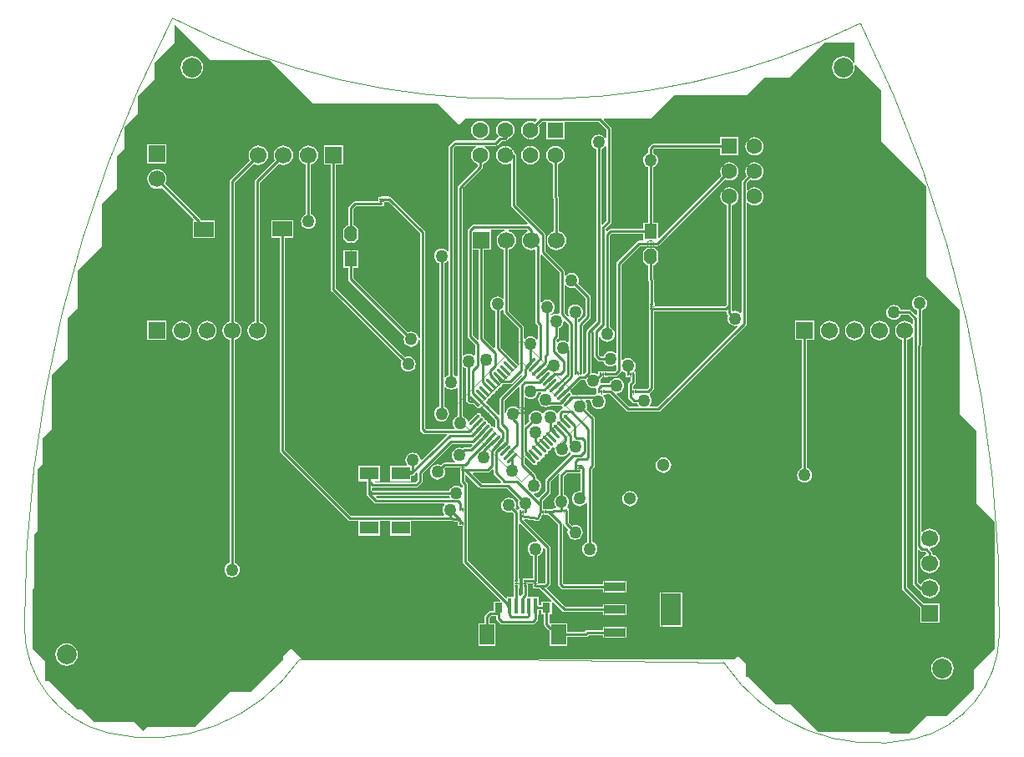
<source format=gtl>
G04*
G04 #@! TF.GenerationSoftware,Altium Limited,Altium Designer,19.0.4 (130)*
G04*
G04 Layer_Physical_Order=1*
G04 Layer_Color=255*
%FSLAX44Y44*%
%MOMM*%
G71*
G01*
G75*
%ADD16C,0.2540*%
%ADD19C,0.1000*%
%ADD20C,0.0127*%
%ADD21C,0.0500*%
%ADD22C,0.0254*%
G04:AMPARAMS|DCode=23|XSize=0.25mm|YSize=1.5mm|CornerRadius=0mm|HoleSize=0mm|Usage=FLASHONLY|Rotation=45.000|XOffset=0mm|YOffset=0mm|HoleType=Round|Shape=Round|*
%AMOVALD23*
21,1,1.2500,0.2500,0.0000,0.0000,135.0*
1,1,0.2500,0.4419,-0.4419*
1,1,0.2500,-0.4419,0.4419*
%
%ADD23OVALD23*%

G04:AMPARAMS|DCode=24|XSize=0.25mm|YSize=1.5mm|CornerRadius=0mm|HoleSize=0mm|Usage=FLASHONLY|Rotation=135.000|XOffset=0mm|YOffset=0mm|HoleType=Round|Shape=Round|*
%AMOVALD24*
21,1,1.2500,0.2500,0.0000,0.0000,225.0*
1,1,0.2500,0.4419,0.4419*
1,1,0.2500,-0.4419,-0.4419*
%
%ADD24OVALD24*%

%ADD25R,0.2500X0.3000*%
%ADD26R,2.1000X3.2000*%
%ADD27R,2.1000X0.9000*%
%ADD28R,2.0000X1.5000*%
%ADD29R,0.3500X1.6000*%
%ADD30R,0.3000X0.2500*%
%ADD31R,1.9000X1.3000*%
G04:AMPARAMS|DCode=32|XSize=1.524mm|YSize=1.27mm|CornerRadius=0mm|HoleSize=0mm|Usage=FLASHONLY|Rotation=270.000|XOffset=0mm|YOffset=0mm|HoleType=Round|Shape=Octagon|*
%AMOCTAGOND32*
4,1,8,-0.3175,-0.7620,0.3175,-0.7620,0.6350,-0.4445,0.6350,0.4445,0.3175,0.7620,-0.3175,0.7620,-0.6350,0.4445,-0.6350,-0.4445,-0.3175,-0.7620,0.0*
%
%ADD32OCTAGOND32*%

%ADD33R,1.2700X1.5240*%
%ADD56C,1.6000*%
%ADD57R,1.6000X1.6000*%
%ADD58R,1.7000X1.7000*%
%ADD59C,1.7000*%
%ADD60R,1.5000X2.0000*%
%ADD61R,0.8000X1.0000*%
%ADD62R,1.6000X1.6000*%
%ADD63C,1.3000*%
%ADD64R,1.7000X1.7000*%
%ADD65C,1.2700*%
%ADD66C,2.0000*%
G36*
X144780Y664210D02*
X204470D01*
X248920Y619760D01*
X374650D01*
X396240Y598170D01*
X402590Y604520D01*
X475018D01*
X475504Y603347D01*
X473415Y601258D01*
X471330Y602121D01*
X468910Y602440D01*
X466490Y602121D01*
X464235Y601187D01*
X462299Y599701D01*
X460813Y597765D01*
X459879Y595510D01*
X459560Y593090D01*
X459879Y590670D01*
X460813Y588415D01*
X462299Y586479D01*
X464235Y584993D01*
X466490Y584059D01*
X468910Y583740D01*
X471330Y584059D01*
X473585Y584993D01*
X475521Y586479D01*
X477007Y588415D01*
X477941Y590670D01*
X478260Y593090D01*
X477941Y595510D01*
X477078Y597595D01*
X480651Y601168D01*
X485040D01*
Y583820D01*
X503580D01*
Y601168D01*
X537915D01*
X545542Y593541D01*
Y585636D01*
X544272Y585205D01*
X543408Y586331D01*
X541816Y587552D01*
X539963Y588320D01*
X537974Y588582D01*
X535984Y588320D01*
X534131Y587552D01*
X532539Y586331D01*
X531317Y584739D01*
X530550Y582886D01*
X530288Y580896D01*
X530550Y578907D01*
X531317Y577054D01*
X532539Y575462D01*
X534131Y574240D01*
X535384Y573721D01*
Y399600D01*
X525981Y390197D01*
X525419Y389357D01*
X525222Y388366D01*
Y347783D01*
X523140Y345701D01*
X521986Y346179D01*
X521899Y346506D01*
X521940Y346710D01*
Y394580D01*
X529389Y402029D01*
X529951Y402869D01*
X530148Y403860D01*
Y423672D01*
X529951Y424663D01*
X529389Y425503D01*
X517445Y437448D01*
X517964Y438701D01*
X518226Y440690D01*
X517964Y442679D01*
X517196Y444533D01*
X515975Y446125D01*
X514383Y447346D01*
X512529Y448114D01*
X510540Y448376D01*
X508551Y448114D01*
X506697Y447346D01*
X505105Y446125D01*
X504494Y445328D01*
X503224Y445759D01*
Y449834D01*
X503027Y450825D01*
X502465Y451665D01*
X483666Y470465D01*
Y487172D01*
X483469Y488163D01*
X482907Y489003D01*
X454202Y517709D01*
Y567690D01*
X454005Y568681D01*
X453443Y569521D01*
X452603Y570083D01*
X452543Y570094D01*
X452541Y570110D01*
X451607Y572365D01*
X450121Y574301D01*
X448185Y575787D01*
X445930Y576721D01*
X443510Y577040D01*
X441090Y576721D01*
X438835Y575787D01*
X436898Y574301D01*
X435413Y572365D01*
X434478Y570110D01*
X434160Y567690D01*
X434478Y565270D01*
X435413Y563015D01*
X436898Y561079D01*
X438835Y559593D01*
X441090Y558659D01*
X443510Y558340D01*
X445930Y558659D01*
X447752Y559413D01*
X449022Y558771D01*
Y516636D01*
X449219Y515645D01*
X449781Y514805D01*
X465934Y498652D01*
X465408Y497382D01*
X411226D01*
X410235Y497185D01*
X409395Y496623D01*
X406093Y493321D01*
X405531Y492481D01*
X405334Y491490D01*
Y384048D01*
X405531Y383057D01*
X406093Y382217D01*
X412700Y375609D01*
Y364930D01*
X411430Y364393D01*
X410243Y365304D01*
X408389Y366072D01*
X406400Y366334D01*
X404411Y366072D01*
X402557Y365304D01*
X401370Y364393D01*
X400100Y364930D01*
Y533851D01*
X419941Y553693D01*
X420503Y554533D01*
X420700Y555524D01*
Y558729D01*
X422785Y559593D01*
X424721Y561079D01*
X426207Y563015D01*
X427141Y565270D01*
X427460Y567690D01*
X427141Y570110D01*
X426207Y572365D01*
X424721Y574301D01*
X422785Y575787D01*
X422218Y576022D01*
X422470Y577292D01*
X433578D01*
X434569Y577489D01*
X435409Y578051D01*
X439731Y582372D01*
X443510D01*
X444501Y582569D01*
X445341Y583131D01*
X445902Y583971D01*
X445920Y584057D01*
X445930Y584059D01*
X448185Y584993D01*
X450121Y586479D01*
X451607Y588415D01*
X452541Y590670D01*
X452860Y593090D01*
X452541Y595510D01*
X451607Y597765D01*
X450121Y599701D01*
X448185Y601187D01*
X445930Y602121D01*
X443510Y602440D01*
X441090Y602121D01*
X438835Y601187D01*
X436898Y599701D01*
X435413Y597765D01*
X434478Y595510D01*
X434160Y593090D01*
X434478Y590670D01*
X435413Y588415D01*
X436731Y586697D01*
X432505Y582472D01*
X392430D01*
X391439Y582275D01*
X390599Y581713D01*
X386789Y577903D01*
X386227Y577063D01*
X386030Y576072D01*
Y470397D01*
X384760Y469966D01*
X384149Y470763D01*
X382557Y471984D01*
X380703Y472752D01*
X378714Y473014D01*
X376725Y472752D01*
X374871Y471984D01*
X373279Y470763D01*
X372058Y469171D01*
X371290Y467317D01*
X371028Y465328D01*
X371290Y463339D01*
X372058Y461485D01*
X373279Y459893D01*
X374871Y458672D01*
X376124Y458153D01*
Y312483D01*
X374871Y311964D01*
X373279Y310743D01*
X372058Y309151D01*
X371290Y307297D01*
X371028Y305308D01*
X371290Y303319D01*
X372058Y301465D01*
X373279Y299873D01*
X374871Y298652D01*
X376725Y297884D01*
X378714Y297622D01*
X380703Y297884D01*
X382557Y298652D01*
X384149Y299873D01*
X385370Y301465D01*
X386138Y303319D01*
X386400Y305308D01*
X386138Y307297D01*
X385370Y309151D01*
X384149Y310743D01*
X382557Y311964D01*
X381304Y312483D01*
Y332497D01*
X382574Y332928D01*
X383185Y332131D01*
X384777Y330910D01*
X386631Y330142D01*
X388620Y329880D01*
X390609Y330142D01*
X392463Y330910D01*
X393650Y331821D01*
X394920Y331284D01*
Y303085D01*
X393667Y302566D01*
X392075Y301345D01*
X390854Y299753D01*
X390086Y297899D01*
X389824Y295910D01*
X390086Y293921D01*
X390854Y292067D01*
X391765Y290880D01*
X391228Y289610D01*
X363023D01*
X362000Y290633D01*
Y489712D01*
X361803Y490703D01*
X361241Y491543D01*
X327793Y524991D01*
X326953Y525553D01*
X325962Y525750D01*
X317500D01*
X317149Y525680D01*
X314730D01*
Y520750D01*
X290830D01*
X289839Y520553D01*
X288999Y519991D01*
X285189Y516181D01*
X284627Y515341D01*
X284430Y514350D01*
Y496570D01*
X283210D01*
X279400Y492760D01*
Y482600D01*
X283210Y478790D01*
X290830D01*
X294640Y482600D01*
Y492760D01*
X290830Y496570D01*
X289610D01*
Y513277D01*
X291903Y515570D01*
X317500D01*
X317851Y515640D01*
X320270D01*
Y520570D01*
X324889D01*
X356820Y488639D01*
Y381961D01*
X355550Y381878D01*
X355404Y382989D01*
X354636Y384843D01*
X353415Y386435D01*
X351823Y387656D01*
X349969Y388424D01*
X347980Y388686D01*
X345991Y388424D01*
X344738Y387905D01*
X289610Y443033D01*
Y453390D01*
X294640D01*
Y471170D01*
X279400D01*
Y453390D01*
X284430D01*
Y441960D01*
X284627Y440969D01*
X285189Y440129D01*
X341075Y384242D01*
X340556Y382989D01*
X340294Y381000D01*
X340556Y379011D01*
X341324Y377157D01*
X342545Y375565D01*
X344137Y374344D01*
X345991Y373576D01*
X347980Y373314D01*
X349969Y373576D01*
X351823Y374344D01*
X353415Y375565D01*
X354636Y377157D01*
X355404Y379011D01*
X355550Y380122D01*
X356820Y380039D01*
Y289560D01*
X357017Y288569D01*
X357579Y287729D01*
X360119Y285189D01*
X360959Y284627D01*
X361950Y284430D01*
X383700D01*
X384176Y283253D01*
X358686Y258612D01*
X357343Y259081D01*
X357182Y260307D01*
X356414Y262161D01*
X355193Y263753D01*
X353601Y264974D01*
X351747Y265742D01*
X349758Y266004D01*
X347769Y265742D01*
X345915Y264974D01*
X344323Y263753D01*
X343102Y262161D01*
X342334Y260307D01*
X342072Y258318D01*
X342334Y256329D01*
X343102Y254475D01*
X343689Y253710D01*
X343063Y252440D01*
X326540D01*
Y236900D01*
X348080D01*
Y242087D01*
X349039Y242277D01*
X349879Y242839D01*
X351574Y244534D01*
X352893Y245808D01*
X354125Y245233D01*
Y237899D01*
X351733Y235508D01*
X310748D01*
X310666Y235630D01*
X311345Y236900D01*
X316080D01*
Y252440D01*
X294540D01*
Y236900D01*
X302718D01*
Y224282D01*
X302915Y223291D01*
X303477Y222451D01*
X310672Y215256D01*
X311512Y214695D01*
X312503Y214497D01*
X381364D01*
X381736Y213227D01*
X380694Y211869D01*
X379926Y210015D01*
X379664Y208026D01*
X379926Y206037D01*
X380694Y204183D01*
X381410Y203250D01*
X380784Y201980D01*
X286823D01*
X219760Y269043D01*
Y483990D01*
X228440D01*
Y501530D01*
X205900D01*
Y483990D01*
X214580D01*
Y267970D01*
X214777Y266979D01*
X215339Y266139D01*
X283919Y197559D01*
X284759Y196997D01*
X285750Y196800D01*
X294540D01*
Y181900D01*
X316080D01*
Y196800D01*
X326540D01*
Y181900D01*
X348080D01*
Y196800D01*
X387148D01*
X395000Y195570D01*
Y194310D01*
X395070Y193959D01*
Y191540D01*
X400000D01*
Y155448D01*
X400197Y154457D01*
X400759Y153617D01*
X438552Y115823D01*
X438066Y114650D01*
X431490D01*
Y105206D01*
X427990D01*
X426999Y105009D01*
X426159Y104447D01*
X422929Y101217D01*
X422368Y100377D01*
X422170Y99386D01*
Y92550D01*
X415990D01*
Y70010D01*
X433530D01*
Y92550D01*
X427350D01*
Y98313D01*
X429063Y100026D01*
X434170D01*
Y97790D01*
X434367Y96799D01*
X434929Y95959D01*
X438485Y92403D01*
X439325Y91841D01*
X440316Y91644D01*
X471170D01*
X472161Y91841D01*
X473001Y92403D01*
X475841Y95243D01*
X476403Y96083D01*
X476600Y97074D01*
Y101010D01*
X477030D01*
Y105790D01*
X479990D01*
Y102110D01*
X482670D01*
Y91574D01*
X482867Y90583D01*
X483429Y89743D01*
X487119Y86053D01*
X487959Y85491D01*
X488490Y85386D01*
Y70010D01*
X506030D01*
Y78690D01*
X524510D01*
X525501Y78887D01*
X526341Y79449D01*
X527982Y81090D01*
X542660D01*
Y77910D01*
X566200D01*
Y89450D01*
X542660D01*
Y86270D01*
X526910D01*
X525919Y86072D01*
X525079Y85511D01*
X523437Y83870D01*
X506030D01*
Y92550D01*
X488490D01*
X487850Y93555D01*
Y102110D01*
X490530D01*
Y113866D01*
X491800Y114392D01*
X501343Y104849D01*
X502183Y104287D01*
X503174Y104090D01*
X542660D01*
Y100910D01*
X566200D01*
Y112450D01*
X542660D01*
Y109270D01*
X504247D01*
X485720Y127797D01*
X485977Y129335D01*
X488241Y131599D01*
X488803Y132439D01*
X489000Y133430D01*
Y169459D01*
X488803Y170450D01*
X488241Y171290D01*
X462000Y197531D01*
X462599Y198729D01*
X475883Y196826D01*
X476084Y196837D01*
X476282Y196800D01*
X476584Y196864D01*
X476892Y196881D01*
X477073Y196968D01*
X477270Y197010D01*
X477525Y197184D01*
X477803Y197318D01*
X477938Y197467D01*
X478103Y197581D01*
X478272Y197840D01*
X478478Y198070D01*
X478545Y198260D01*
X478655Y198428D01*
X480471Y202970D01*
X486310D01*
X487274Y202230D01*
X496520Y192983D01*
Y132220D01*
X496717Y131229D01*
X497279Y130389D01*
X499819Y127849D01*
X500659Y127288D01*
X501650Y127090D01*
X542660D01*
Y123910D01*
X566200D01*
Y135450D01*
X542660D01*
Y132270D01*
X502723D01*
X501700Y133293D01*
Y193019D01*
X502970Y193144D01*
X503028Y192850D01*
X503590Y192010D01*
X507191Y188408D01*
X506672Y187155D01*
X506410Y185166D01*
X506672Y183177D01*
X507440Y181323D01*
X508661Y179731D01*
X510253Y178510D01*
X512107Y177742D01*
X514096Y177480D01*
X516085Y177742D01*
X517939Y178510D01*
X519531Y179731D01*
X520752Y181323D01*
X521520Y183177D01*
X521782Y185166D01*
X521520Y187155D01*
X520752Y189009D01*
X519531Y190601D01*
X517939Y191822D01*
X516085Y192590D01*
X514096Y192852D01*
X512107Y192590D01*
X510854Y192071D01*
X508011Y194914D01*
Y207011D01*
X507941Y207362D01*
Y209781D01*
X506536D01*
X506069Y211051D01*
X507036Y212311D01*
X507804Y214165D01*
X508066Y216154D01*
X507804Y218143D01*
X507036Y219997D01*
X505815Y221589D01*
X504223Y222810D01*
X503010Y223312D01*
Y241891D01*
X506259Y245140D01*
X518160D01*
X518340Y245176D01*
X519610Y244723D01*
Y227767D01*
X518661Y226935D01*
X516672Y226673D01*
X514818Y225905D01*
X513227Y224684D01*
X512005Y223092D01*
X511237Y221238D01*
X510976Y219249D01*
X511237Y217260D01*
X512005Y215406D01*
X513227Y213815D01*
X514818Y212593D01*
X516672Y211825D01*
X518661Y211563D01*
X520651Y211825D01*
X522504Y212593D01*
X524096Y213815D01*
X525222Y215282D01*
X525640Y215274D01*
X526492Y214924D01*
Y175323D01*
X525239Y174804D01*
X523647Y173583D01*
X522426Y171991D01*
X521658Y170137D01*
X521396Y168148D01*
X521658Y166159D01*
X522426Y164305D01*
X523647Y162713D01*
X525239Y161492D01*
X527093Y160724D01*
X529082Y160462D01*
X531071Y160724D01*
X532925Y161492D01*
X534517Y162713D01*
X535738Y164305D01*
X536506Y166159D01*
X536768Y168148D01*
X536506Y170137D01*
X535738Y171991D01*
X534517Y173583D01*
X532925Y174804D01*
X531672Y175323D01*
Y249117D01*
X533199Y250645D01*
X533761Y251485D01*
X533958Y252476D01*
Y300736D01*
X533761Y301727D01*
X533199Y302567D01*
X525827Y309940D01*
X526346Y311193D01*
X526608Y313182D01*
X526346Y315171D01*
X525578Y317025D01*
X524667Y318212D01*
X525204Y319482D01*
X529297D01*
X530134Y318527D01*
X530032Y317754D01*
X530294Y315765D01*
X531062Y313911D01*
X532283Y312319D01*
X533875Y311098D01*
X535729Y310330D01*
X537718Y310068D01*
X539707Y310330D01*
X541561Y311098D01*
X543153Y312319D01*
X544374Y313911D01*
X545142Y315765D01*
X545404Y317754D01*
X545142Y319743D01*
X544374Y321597D01*
X543153Y323189D01*
X542590Y323620D01*
X543022Y324890D01*
X546080D01*
Y325070D01*
X548837D01*
X565859Y308049D01*
X566699Y307487D01*
X567690Y307290D01*
X598678D01*
X599669Y307487D01*
X600509Y308049D01*
X687123Y394663D01*
X687685Y395503D01*
X687882Y396494D01*
Y519105D01*
X689084Y519513D01*
X689349Y519169D01*
X691285Y517683D01*
X693540Y516749D01*
X695960Y516430D01*
X698380Y516749D01*
X700635Y517683D01*
X702571Y519169D01*
X704057Y521105D01*
X704991Y523360D01*
X705310Y525780D01*
X704991Y528200D01*
X704057Y530455D01*
X702571Y532391D01*
X700635Y533877D01*
X698380Y534811D01*
X695960Y535130D01*
X693540Y534811D01*
X691285Y533877D01*
X689349Y532391D01*
X689084Y532047D01*
X687882Y532455D01*
Y539439D01*
X691455Y543012D01*
X693540Y542149D01*
X695960Y541830D01*
X698380Y542149D01*
X700635Y543083D01*
X702571Y544569D01*
X704057Y546505D01*
X704991Y548760D01*
X705310Y551180D01*
X704991Y553600D01*
X704057Y555855D01*
X702571Y557791D01*
X700635Y559277D01*
X698380Y560211D01*
X695960Y560530D01*
X693540Y560211D01*
X691285Y559277D01*
X689349Y557791D01*
X687863Y555855D01*
X686929Y553600D01*
X686610Y551180D01*
X686929Y548760D01*
X687792Y546675D01*
X683461Y542343D01*
X682899Y541503D01*
X682702Y540512D01*
Y408364D01*
X681432Y407827D01*
X680245Y408738D01*
X678391Y409506D01*
X676402Y409768D01*
X674413Y409506D01*
X673150Y410357D01*
Y415290D01*
Y516819D01*
X675235Y517683D01*
X677171Y519169D01*
X678657Y521105D01*
X679591Y523360D01*
X679910Y525780D01*
X679591Y528200D01*
X678657Y530455D01*
X677171Y532391D01*
X675235Y533877D01*
X672980Y534811D01*
X670560Y535130D01*
X668140Y534811D01*
X665885Y533877D01*
X663949Y532391D01*
X662463Y530455D01*
X661529Y528200D01*
X661210Y525780D01*
X661529Y523360D01*
X662463Y521105D01*
X663949Y519169D01*
X665885Y517683D01*
X667970Y516819D01*
Y416363D01*
X665677Y414070D01*
X594590D01*
Y419000D01*
X594410D01*
Y440690D01*
X594213Y441681D01*
X593651Y442521D01*
X593140Y443033D01*
Y455930D01*
X594360D01*
X598170Y459740D01*
Y469900D01*
X594360Y473710D01*
X586740D01*
X582930Y469900D01*
Y459740D01*
X586740Y455930D01*
X587960D01*
Y441960D01*
X588157Y440969D01*
X588719Y440129D01*
X589230Y439617D01*
Y419000D01*
X589050D01*
Y408960D01*
X589230D01*
Y332543D01*
X586938Y330251D01*
X577791D01*
Y330431D01*
X572860D01*
Y334207D01*
X574521Y335868D01*
X575083Y336708D01*
X575280Y337700D01*
Y345440D01*
X575210Y345791D01*
Y348210D01*
X574394D01*
X573768Y349480D01*
X574346Y350233D01*
X575114Y352087D01*
X575376Y354076D01*
X575114Y356065D01*
X574346Y357919D01*
X573125Y359511D01*
X571533Y360732D01*
X569679Y361500D01*
X567690Y361762D01*
X565701Y361500D01*
X563847Y360732D01*
X562660Y359821D01*
X561390Y360358D01*
Y456889D01*
X580193Y475692D01*
X597662D01*
X598653Y475889D01*
X599493Y476451D01*
X666055Y543012D01*
X668140Y542149D01*
X670560Y541830D01*
X672980Y542149D01*
X675235Y543083D01*
X677171Y544569D01*
X678657Y546505D01*
X679591Y548760D01*
X679910Y551180D01*
X679591Y553600D01*
X678657Y555855D01*
X677171Y557791D01*
X675235Y559277D01*
X672980Y560211D01*
X670560Y560530D01*
X668140Y560211D01*
X665885Y559277D01*
X663949Y557791D01*
X662463Y555855D01*
X661529Y553600D01*
X661210Y551180D01*
X661529Y548760D01*
X662392Y546675D01*
X599343Y483626D01*
X598170Y484112D01*
Y499110D01*
X593140D01*
Y555435D01*
X594393Y555954D01*
X595985Y557175D01*
X597206Y558767D01*
X597974Y560621D01*
X598236Y562610D01*
X597974Y564599D01*
X597206Y566453D01*
X595985Y568045D01*
X594393Y569266D01*
X593140Y569785D01*
Y572967D01*
X594163Y573990D01*
X661290D01*
Y567310D01*
X679830D01*
Y585850D01*
X661290D01*
Y579170D01*
X593090D01*
X592099Y578973D01*
X591259Y578411D01*
X588719Y575871D01*
X588157Y575031D01*
X587960Y574040D01*
Y569785D01*
X586707Y569266D01*
X585115Y568045D01*
X583894Y566453D01*
X583126Y564599D01*
X582864Y562610D01*
X583126Y560621D01*
X583894Y558767D01*
X585115Y557175D01*
X586707Y555954D01*
X587960Y555435D01*
Y499110D01*
X582930D01*
Y492810D01*
X549910D01*
X548919Y492613D01*
X548079Y492051D01*
X546561Y490534D01*
X545388Y491020D01*
Y493465D01*
X549963Y498041D01*
X550525Y498881D01*
X550722Y499872D01*
Y594614D01*
X550525Y595605D01*
X549963Y596445D01*
X543062Y603347D01*
X543548Y604520D01*
X590550D01*
X614680Y628650D01*
X688340D01*
X706120Y646430D01*
X731520D01*
X767080Y681990D01*
X797560D01*
Y661764D01*
X796290Y661512D01*
X795974Y662274D01*
X794168Y664628D01*
X791814Y666434D01*
X789072Y667570D01*
X786130Y667957D01*
X783188Y667570D01*
X780446Y666434D01*
X778092Y664628D01*
X776286Y662274D01*
X775150Y659532D01*
X774763Y656590D01*
X775150Y653648D01*
X776286Y650906D01*
X778092Y648552D01*
X780446Y646746D01*
X783188Y645610D01*
X786130Y645223D01*
X789072Y645610D01*
X791814Y646746D01*
X794168Y648552D01*
X795974Y650906D01*
X797110Y653648D01*
X797497Y656590D01*
X797182Y658981D01*
X798385Y659575D01*
X824230Y633730D01*
Y581660D01*
X869950Y535940D01*
Y444500D01*
X904240Y410210D01*
Y304800D01*
X920750Y288290D01*
Y214630D01*
X939800Y195580D01*
Y67310D01*
X918210Y45720D01*
Y26670D01*
X890270Y-1270D01*
X870830D01*
X853440Y-18660D01*
Y-19050D01*
X834390D01*
X833120Y-17780D01*
X760730D01*
X732790Y10160D01*
X717550D01*
X689610Y38100D01*
X687070D01*
Y52070D01*
X679450Y59690D01*
X675640Y55880D01*
X237490D01*
X226060Y67310D01*
X218440Y59690D01*
Y55880D01*
X185420Y22860D01*
X163830D01*
X128270Y-12700D01*
X80010D01*
X76200Y-16510D01*
X67310Y-7620D01*
X26670D01*
X13970Y5080D01*
X10160D01*
X-19050Y34290D01*
X-22860D01*
Y54610D01*
X-35560Y67310D01*
Y127000D01*
X-34290Y128270D01*
Y182880D01*
X-30480Y186690D01*
Y248920D01*
X-25400Y254000D01*
Y280670D01*
X-16510Y289560D01*
Y344170D01*
X0Y360680D01*
Y402590D01*
X10160Y412750D01*
Y450850D01*
X34290Y474980D01*
Y518160D01*
X49530Y533400D01*
Y566420D01*
X57150Y574040D01*
Y595630D01*
X71120Y609600D01*
Y627380D01*
X87630Y643890D01*
Y661670D01*
X107950Y681990D01*
Y699381D01*
X109123Y699867D01*
X144780Y664210D01*
D02*
G37*
G36*
X545542Y576157D02*
Y500945D01*
X541833Y497236D01*
X540563Y497762D01*
Y573721D01*
X541816Y574240D01*
X543408Y575462D01*
X544272Y576588D01*
X545542Y576157D01*
D02*
G37*
G36*
X442586Y490932D02*
X441950Y490849D01*
X439573Y489864D01*
X437532Y488298D01*
X435966Y486257D01*
X434981Y483881D01*
X434646Y481330D01*
X434981Y478779D01*
X435966Y476403D01*
X437532Y474362D01*
X439573Y472796D01*
X441910Y471828D01*
Y422842D01*
X440640Y422305D01*
X439453Y423216D01*
X437599Y423984D01*
X435610Y424246D01*
X433621Y423984D01*
X431767Y423216D01*
X430175Y421995D01*
X428954Y420403D01*
X428186Y418549D01*
X427924Y416560D01*
X428186Y414571D01*
X428954Y412717D01*
X430175Y411125D01*
X431767Y409904D01*
X433020Y409385D01*
Y372692D01*
X431750Y372166D01*
X421690Y382226D01*
Y471560D01*
X428870D01*
Y491100D01*
X428870D01*
X429275Y492202D01*
X442502D01*
X442586Y490932D01*
D02*
G37*
G36*
X498044Y448761D02*
Y407563D01*
X496781Y406712D01*
X494792Y406974D01*
X492803Y406712D01*
X490949Y405944D01*
X490393Y405517D01*
X489118Y406140D01*
X489114Y406610D01*
X489707Y406856D01*
X491299Y408077D01*
X492520Y409669D01*
X493288Y411523D01*
X493550Y413512D01*
X493288Y415501D01*
X492520Y417355D01*
X491299Y418947D01*
X489707Y420168D01*
X487854Y420936D01*
X485864Y421198D01*
X483875Y420936D01*
X482021Y420168D01*
X480430Y418947D01*
X480110Y418530D01*
X478840Y418961D01*
Y466170D01*
X480110Y466696D01*
X498044Y448761D01*
D02*
G37*
G36*
X505105Y435255D02*
X506697Y434034D01*
X508551Y433266D01*
X510540Y433004D01*
X512529Y433266D01*
X513782Y433785D01*
X524968Y422599D01*
Y404933D01*
X518210Y398174D01*
X516940Y398700D01*
Y401375D01*
X518193Y401894D01*
X519785Y403116D01*
X521006Y404707D01*
X521774Y406561D01*
X522036Y408550D01*
X521774Y410540D01*
X521006Y412393D01*
X519785Y413985D01*
X518193Y415206D01*
X516339Y415974D01*
X514350Y416236D01*
X512361Y415974D01*
X510507Y415206D01*
X508915Y413985D01*
X507694Y412393D01*
X506926Y410540D01*
X506664Y408550D01*
X506926Y406561D01*
X507694Y404707D01*
X506659Y404038D01*
X503224Y407473D01*
Y435621D01*
X504494Y436052D01*
X505105Y435255D01*
D02*
G37*
G36*
X465916Y491447D02*
X465626Y490135D01*
X464973Y489864D01*
X462932Y488298D01*
X461366Y486257D01*
X460382Y483881D01*
X460046Y481330D01*
X460382Y478779D01*
X461366Y476403D01*
X462932Y474362D01*
X464973Y472796D01*
X467350Y471811D01*
X469900Y471476D01*
X472390Y471804D01*
X472715Y471801D01*
X473660Y471170D01*
Y398272D01*
X473857Y397281D01*
X474419Y396441D01*
X476200Y394659D01*
Y381169D01*
X474930Y380737D01*
X474339Y381508D01*
X472747Y382729D01*
X470894Y383497D01*
X468904Y383759D01*
X466915Y383497D01*
X465061Y382729D01*
X463600Y381608D01*
X462447Y381855D01*
X462330Y381895D01*
Y392938D01*
X462133Y393929D01*
X461571Y394769D01*
X447090Y409251D01*
Y471828D01*
X449427Y472796D01*
X451468Y474362D01*
X453034Y476403D01*
X454019Y478779D01*
X454354Y481330D01*
X454019Y483881D01*
X453034Y486257D01*
X451468Y488298D01*
X449427Y489864D01*
X447051Y490849D01*
X446414Y490932D01*
X446498Y492202D01*
X465254D01*
X465916Y491447D01*
D02*
G37*
G36*
X416510Y381153D02*
X416568Y380862D01*
X415398Y380237D01*
X410514Y385121D01*
Y471560D01*
X416510D01*
Y381153D01*
D02*
G37*
G36*
X582930Y481330D02*
X581850Y480872D01*
X579120D01*
X578129Y480675D01*
X577289Y480113D01*
X556969Y459793D01*
X556407Y458953D01*
X556210Y457962D01*
Y367216D01*
X554940Y366679D01*
X553753Y367590D01*
X551899Y368358D01*
X549910Y368620D01*
X547921Y368358D01*
X546067Y367590D01*
X544475Y366369D01*
X543254Y364777D01*
X542735Y363524D01*
X540315D01*
X538276Y365563D01*
Y383187D01*
X539546Y383440D01*
X540044Y382237D01*
X541265Y380645D01*
X542857Y379424D01*
X544711Y378656D01*
X546700Y378394D01*
X548689Y378656D01*
X550543Y379424D01*
X552135Y380645D01*
X553356Y382237D01*
X554124Y384091D01*
X554386Y386080D01*
X554124Y388069D01*
X553356Y389923D01*
X552135Y391515D01*
X550543Y392736D01*
X549290Y393255D01*
Y485937D01*
X550983Y487630D01*
X582930D01*
Y481330D01*
D02*
G37*
G36*
X507696Y395675D02*
Y378646D01*
X506426Y378109D01*
X505239Y379020D01*
X503385Y379788D01*
X501396Y380050D01*
X499407Y379788D01*
X497553Y379020D01*
X496366Y378109D01*
X495096Y378646D01*
Y380213D01*
X496623Y381740D01*
X497185Y382580D01*
X497382Y383572D01*
Y392113D01*
X498635Y392632D01*
X500227Y393853D01*
X501448Y395445D01*
X502216Y397299D01*
X502456Y399120D01*
X503511Y399797D01*
X503553Y399818D01*
X507696Y395675D01*
D02*
G37*
G36*
X441910Y410278D02*
Y408178D01*
X442107Y407187D01*
X442669Y406347D01*
X457150Y391865D01*
Y355520D01*
X455880Y354994D01*
X452465Y358410D01*
X452407Y358497D01*
X438200Y372704D01*
Y409385D01*
X439453Y409904D01*
X440640Y410815D01*
X441910Y410278D01*
D02*
G37*
G36*
X533096Y388192D02*
Y364490D01*
X533293Y363499D01*
X533855Y362659D01*
X537411Y359103D01*
X538251Y358541D01*
X539242Y358344D01*
X542735D01*
X543254Y357091D01*
X544475Y355499D01*
X546067Y354278D01*
X547921Y353510D01*
X549910Y353248D01*
X551899Y353510D01*
X553753Y354278D01*
X554940Y355189D01*
X556210Y354652D01*
Y350323D01*
X553917Y348030D01*
X547350D01*
Y348210D01*
X537310D01*
Y346456D01*
X537089Y346200D01*
X536203Y345708D01*
X535996Y345693D01*
X534627Y346260D01*
X532638Y346522D01*
X531633Y346390D01*
X531479Y346430D01*
X530402Y347472D01*
Y387293D01*
X531826Y388718D01*
X533096Y388192D01*
D02*
G37*
G36*
X414002Y576022D02*
X413435Y575787D01*
X411498Y574301D01*
X410013Y572365D01*
X409078Y570110D01*
X408760Y567690D01*
X409078Y565270D01*
X410013Y563015D01*
X411498Y561079D01*
X413435Y559593D01*
X415520Y558729D01*
Y556597D01*
X395679Y536755D01*
X395117Y535915D01*
X394920Y534924D01*
Y343848D01*
X393650Y343311D01*
X392463Y344222D01*
X391210Y344741D01*
Y574999D01*
X393503Y577292D01*
X413750D01*
X414002Y576022D01*
D02*
G37*
G36*
X386030Y460259D02*
Y344741D01*
X384777Y344222D01*
X383185Y343001D01*
X382574Y342204D01*
X381304Y342635D01*
Y458153D01*
X382557Y458672D01*
X384149Y459893D01*
X384760Y460690D01*
X386030Y460259D01*
D02*
G37*
G36*
X524975Y339005D02*
X524952Y338836D01*
X525214Y336847D01*
X525982Y334993D01*
X527203Y333401D01*
X528795Y332180D01*
X530649Y331412D01*
X532638Y331150D01*
X534627Y331412D01*
X534701Y331442D01*
X535970Y330594D01*
Y327660D01*
X536040Y327309D01*
Y325219D01*
X535729Y325178D01*
X534132Y324516D01*
X533400Y324662D01*
X512724D01*
X512215Y324763D01*
X511248Y325729D01*
X511053Y326713D01*
X510496Y327546D01*
X509662Y328103D01*
X509477Y328140D01*
X509059Y329518D01*
X519598Y340056D01*
X523748D01*
X523834Y340073D01*
X524975Y339005D01*
D02*
G37*
G36*
X480071Y326086D02*
X478943Y325221D01*
X477722Y323629D01*
X476954Y321775D01*
X476692Y319786D01*
X476954Y317797D01*
X477722Y315943D01*
X478943Y314351D01*
X480535Y313130D01*
X482389Y312362D01*
X484378Y312100D01*
X486367Y312362D01*
X488221Y313130D01*
X488886Y313640D01*
X499180D01*
X499584Y313721D01*
X500440Y313465D01*
X500915Y312808D01*
X501002Y312372D01*
X501446Y311708D01*
X501273Y310987D01*
X500971Y310404D01*
X500151Y310241D01*
X499311Y309679D01*
X497533Y307901D01*
X496971Y307061D01*
X496811Y306257D01*
X496194Y306004D01*
X495504Y305982D01*
X494385Y307441D01*
X492793Y308662D01*
X490939Y309430D01*
X488950Y309692D01*
X486961Y309430D01*
X485107Y308662D01*
X483515Y307441D01*
X482294Y305849D01*
X482272Y305797D01*
X480818Y305606D01*
X480161Y306463D01*
X478569Y307684D01*
X476715Y308452D01*
X474726Y308714D01*
X472737Y308452D01*
X470883Y307684D01*
X469291Y306463D01*
X468070Y304871D01*
X467302Y303017D01*
X467040Y301028D01*
X467302Y299039D01*
X467821Y297786D01*
X464011Y293976D01*
X462838Y294462D01*
Y319254D01*
X462641Y320245D01*
X462584Y320330D01*
Y321886D01*
X463854Y322423D01*
X465041Y321512D01*
X466895Y320744D01*
X468884Y320482D01*
X470873Y320744D01*
X472727Y321512D01*
X474319Y322733D01*
X475540Y324325D01*
X476308Y326179D01*
X476463Y327356D01*
X479640D01*
X480071Y326086D01*
D02*
G37*
G36*
X667970Y407924D02*
X668167Y406933D01*
X668729Y406093D01*
X669497Y405324D01*
X668978Y404071D01*
X668716Y402082D01*
X668978Y400093D01*
X669746Y398239D01*
X670967Y396647D01*
X672559Y395426D01*
X674413Y394658D01*
X676402Y394396D01*
X677938Y394598D01*
X678531Y393396D01*
X597605Y312470D01*
X590482D01*
X589945Y313740D01*
X590856Y314927D01*
X591624Y316781D01*
X591886Y318770D01*
X591624Y320759D01*
X590856Y322613D01*
X589635Y324205D01*
X589714Y325744D01*
X589842Y325830D01*
X593651Y329639D01*
X594213Y330479D01*
X594410Y331470D01*
Y408890D01*
X666750D01*
X667970Y407924D01*
D02*
G37*
G36*
X563847Y347420D02*
X565100Y346901D01*
Y345440D01*
X565170Y345089D01*
Y342670D01*
X570101D01*
Y338772D01*
X568439Y337111D01*
X567878Y336271D01*
X567681Y335280D01*
Y322580D01*
X567878Y321589D01*
X568439Y320749D01*
X572249Y316939D01*
X573090Y316377D01*
X574081Y316180D01*
X577025D01*
X577544Y314927D01*
X578455Y313740D01*
X577918Y312470D01*
X568763D01*
X556073Y325160D01*
X556653Y326376D01*
X558249Y326586D01*
X560103Y327354D01*
X561695Y328575D01*
X562916Y330167D01*
X563684Y332021D01*
X563946Y334010D01*
X563684Y335999D01*
X562916Y337853D01*
X561695Y339445D01*
X560103Y340666D01*
X558249Y341434D01*
X556260Y341696D01*
X554271Y341434D01*
X552417Y340666D01*
X550825Y339445D01*
X549604Y337853D01*
X549085Y336600D01*
X541274D01*
X540920Y336816D01*
X540176Y337711D01*
X540324Y338836D01*
X540062Y340825D01*
X540035Y340890D01*
X541324Y341801D01*
X541477Y341962D01*
X541661Y342085D01*
X541822Y342324D01*
X542020Y342533D01*
X542073Y342670D01*
X547350D01*
Y342850D01*
X554990D01*
X555981Y343047D01*
X556821Y343609D01*
X560631Y347419D01*
X561079Y348088D01*
X561483Y348279D01*
X561673Y348323D01*
X562523Y348436D01*
X563847Y347420D01*
D02*
G37*
G36*
X457404Y332170D02*
Y319508D01*
X457601Y318517D01*
X457658Y318432D01*
Y311590D01*
X456388Y311053D01*
X455201Y311964D01*
X453347Y312732D01*
X451358Y312994D01*
X449369Y312732D01*
X447515Y311964D01*
X445923Y310743D01*
X444702Y309151D01*
X443934Y307297D01*
X443788Y306185D01*
X442518Y306269D01*
Y318943D01*
X456231Y332657D01*
X457404Y332170D01*
D02*
G37*
G36*
X460649Y344504D02*
X460667Y344417D01*
X438097Y321847D01*
X437535Y321007D01*
X437338Y320016D01*
Y304514D01*
X436165Y304028D01*
X423556Y316637D01*
X423974Y318015D01*
X424159Y318052D01*
X424992Y318609D01*
X425549Y319443D01*
X425745Y320426D01*
X426711Y321392D01*
X427694Y321588D01*
X428528Y322145D01*
X429085Y322978D01*
X429281Y323961D01*
X430246Y324928D01*
X431230Y325123D01*
X432063Y325680D01*
X432620Y326514D01*
X432816Y327497D01*
X433782Y328463D01*
X434765Y328659D01*
X435599Y329216D01*
X436156Y330050D01*
X436351Y331033D01*
X437317Y331999D01*
X438300Y332194D01*
X439134Y332751D01*
X439691Y333585D01*
X439887Y334568D01*
X440453Y335258D01*
X448535D01*
X449526Y335455D01*
X450366Y336017D01*
X459271Y344922D01*
X460649Y344504D01*
D02*
G37*
G36*
X402557Y351992D02*
X403810Y351473D01*
Y319044D01*
X404007Y318053D01*
X404569Y317213D01*
X405839Y315943D01*
X406679Y315382D01*
X407670Y315185D01*
X410641D01*
X414287Y311538D01*
X415121Y310981D01*
X416104Y310786D01*
X417087Y310981D01*
X417921Y311538D01*
X418478Y312372D01*
X418515Y312557D01*
X419893Y312975D01*
X433528Y299340D01*
Y291633D01*
X432627Y291225D01*
X432301Y291184D01*
X432063Y291540D01*
X431230Y292097D01*
X430246Y292293D01*
X429281Y293259D01*
X429085Y294242D01*
X428528Y295075D01*
X427694Y295632D01*
X426711Y295828D01*
X425745Y296794D01*
X425549Y297778D01*
X424992Y298611D01*
X424159Y299168D01*
X423176Y299364D01*
X422209Y300329D01*
X422014Y301313D01*
X421457Y302146D01*
X420623Y302703D01*
X419640Y302899D01*
X418674Y303865D01*
X418478Y304848D01*
X417921Y305682D01*
X417087Y306239D01*
X416104Y306434D01*
X415121Y306239D01*
X414287Y305682D01*
X406249Y297643D01*
X405443Y297800D01*
X404868Y298058D01*
X404166Y299753D01*
X402945Y301345D01*
X401353Y302566D01*
X400100Y303085D01*
Y352366D01*
X401370Y352903D01*
X402557Y351992D01*
D02*
G37*
G36*
X410115Y273254D02*
X407928Y271068D01*
X402082D01*
X401091Y270871D01*
X400251Y270309D01*
X400244Y270303D01*
X398991Y270822D01*
X397002Y271084D01*
X395013Y270822D01*
X393159Y270054D01*
X391567Y268833D01*
X390346Y267241D01*
X389578Y265387D01*
X389316Y263398D01*
X389578Y261409D01*
X390346Y259555D01*
X391567Y257963D01*
X392757Y257050D01*
X392326Y255781D01*
X381461D01*
X380470Y255583D01*
X379630Y255022D01*
X377892Y253285D01*
X376639Y253804D01*
X374650Y254066D01*
X372661Y253804D01*
X370807Y253036D01*
X369215Y251815D01*
X367994Y250223D01*
X367226Y248369D01*
X366964Y246380D01*
X367226Y244391D01*
X367994Y242537D01*
X369215Y240945D01*
X370807Y239724D01*
X372661Y238956D01*
X374650Y238694D01*
X376639Y238956D01*
X378493Y239724D01*
X380085Y240945D01*
X381306Y242537D01*
X382074Y244391D01*
X382336Y246380D01*
X382074Y248369D01*
X381555Y249622D01*
X382533Y250601D01*
X397280D01*
Y245671D01*
X397460D01*
Y236298D01*
X397657Y235307D01*
X398219Y234466D01*
X400000Y232685D01*
Y231072D01*
X398730Y230535D01*
X397543Y231446D01*
X395689Y232214D01*
X393700Y232476D01*
X391711Y232214D01*
X389857Y231446D01*
X388265Y230225D01*
X387044Y228633D01*
X386525Y227380D01*
X308921D01*
X307898Y228403D01*
Y229744D01*
X308610Y230328D01*
X352806D01*
X353797Y230525D01*
X354637Y231087D01*
X358546Y234995D01*
X359107Y235835D01*
X359304Y236827D01*
Y244644D01*
X389185Y274524D01*
X409589D01*
X410115Y273254D01*
D02*
G37*
G36*
X493343Y270820D02*
X493202Y269748D01*
X493464Y267759D01*
X494232Y265905D01*
X495453Y264313D01*
X497045Y263092D01*
X498899Y262324D01*
X500888Y262062D01*
X502877Y262324D01*
X504731Y263092D01*
X506323Y264313D01*
X507544Y265905D01*
X507735Y266365D01*
X509002Y266590D01*
X509647Y265974D01*
X509610Y264606D01*
X484579Y239575D01*
X484017Y238734D01*
X483820Y237743D01*
Y227133D01*
X476959Y220271D01*
X475374Y220185D01*
X471910Y223649D01*
X471931Y223691D01*
X472608Y224746D01*
X474429Y224986D01*
X476283Y225754D01*
X477875Y226975D01*
X479096Y228567D01*
X479864Y230421D01*
X480126Y232410D01*
X479864Y234399D01*
X479096Y236253D01*
X477875Y237845D01*
X476283Y239066D01*
X475030Y239585D01*
Y241705D01*
X474833Y242696D01*
X474271Y243537D01*
X462838Y254970D01*
Y261328D01*
X464011Y261814D01*
X467015Y258811D01*
X467073Y258724D01*
X467160Y258665D01*
X471507Y254319D01*
X472341Y253762D01*
X473324Y253566D01*
X474307Y253762D01*
X475141Y254319D01*
X475698Y255152D01*
X475893Y256135D01*
X476859Y257102D01*
X477843Y257297D01*
X478676Y257854D01*
X479233Y258688D01*
X479429Y259671D01*
X480395Y260637D01*
X481378Y260833D01*
X482211Y261390D01*
X482768Y262223D01*
X482964Y263207D01*
X483930Y264173D01*
X484913Y264369D01*
X485747Y264925D01*
X486304Y265759D01*
X486500Y266742D01*
X487466Y267708D01*
X488449Y267904D01*
X489282Y268461D01*
X489839Y269294D01*
X490035Y270278D01*
X491002Y271244D01*
X491985Y271439D01*
X492159Y271556D01*
X493343Y270820D01*
D02*
G37*
G36*
X431242Y248628D02*
Y245477D01*
X431439Y244486D01*
X432001Y243646D01*
X439176Y236471D01*
X438690Y235297D01*
X419600D01*
X410470Y244428D01*
X410956Y245601D01*
X425483D01*
X426474Y245798D01*
X427314Y246360D01*
X430069Y249114D01*
X431242Y248628D01*
D02*
G37*
G36*
X387044Y220947D02*
X387145Y220816D01*
X386583Y219677D01*
X313575D01*
X312226Y221027D01*
X312712Y222200D01*
X386525D01*
X387044Y220947D01*
D02*
G37*
G36*
X416696Y230876D02*
X417536Y230315D01*
X418527Y230118D01*
X444614D01*
X456606Y218126D01*
X456087Y216873D01*
X455825Y214884D01*
X456087Y212895D01*
X456855Y211041D01*
X457822Y209781D01*
X457355Y208511D01*
X455991D01*
Y208511D01*
X455141Y208159D01*
X453900Y209400D01*
X454419Y210653D01*
X454681Y212643D01*
X454419Y214632D01*
X453651Y216486D01*
X452430Y218077D01*
X450838Y219299D01*
X448984Y220067D01*
X446995Y220329D01*
X445006Y220067D01*
X443152Y219299D01*
X441561Y218077D01*
X440339Y216486D01*
X439571Y214632D01*
X439310Y212643D01*
X439571Y210653D01*
X440339Y208800D01*
X441561Y207208D01*
X443152Y205987D01*
X445006Y205219D01*
X446995Y204957D01*
X448984Y205219D01*
X450238Y205738D01*
X452070Y203905D01*
Y138410D01*
X451890D01*
Y128370D01*
X452070D01*
Y121149D01*
X451920Y120396D01*
X451030Y119550D01*
X444990D01*
Y118370D01*
X443816Y117884D01*
X405180Y156521D01*
Y194310D01*
Y208280D01*
Y233758D01*
X404983Y234749D01*
X404421Y235589D01*
X402640Y237370D01*
Y243274D01*
X403813Y243760D01*
X416696Y230876D01*
D02*
G37*
G36*
X497961Y243970D02*
X498015Y243890D01*
X497831Y242964D01*
Y223346D01*
X496537Y222810D01*
X494945Y221589D01*
X493724Y219997D01*
X492956Y218143D01*
X492694Y216154D01*
X492956Y214165D01*
X493724Y212311D01*
X494829Y210871D01*
X494536Y209601D01*
X492507D01*
X491516Y209404D01*
X490676Y208842D01*
X490163Y208330D01*
X486310D01*
Y208510D01*
X481380D01*
Y217367D01*
X488241Y224229D01*
X488803Y225069D01*
X489000Y226060D01*
Y236671D01*
X496850Y244521D01*
X497961Y243970D01*
D02*
G37*
G36*
X475302Y176905D02*
X474708Y175702D01*
X473710Y175834D01*
X471721Y175572D01*
X469867Y174804D01*
X468275Y173583D01*
X467054Y171991D01*
X466286Y170137D01*
X466024Y168148D01*
X466286Y166159D01*
X467054Y164305D01*
X468275Y162713D01*
X469867Y161492D01*
X471120Y160973D01*
Y138480D01*
X468416D01*
X468216Y138440D01*
X463550D01*
X463199Y138370D01*
X460780D01*
Y128330D01*
X460960D01*
Y122739D01*
X459179Y120957D01*
X458961Y120632D01*
X458477Y120531D01*
X457250Y121523D01*
Y128370D01*
X457430D01*
Y138410D01*
X457250D01*
Y193298D01*
X458423Y193784D01*
X475302Y176905D01*
D02*
G37*
G36*
X483820Y168386D02*
Y134503D01*
X482797Y133480D01*
X476480D01*
Y138410D01*
X476300D01*
Y160973D01*
X477553Y161492D01*
X479145Y162713D01*
X480366Y164305D01*
X481134Y166159D01*
X481396Y168148D01*
X481264Y169146D01*
X482467Y169739D01*
X483820Y168386D01*
D02*
G37*
G36*
X470940Y128370D02*
X473359D01*
X473710Y128301D01*
X477891D01*
X490272Y115920D01*
X489746Y114650D01*
X479990D01*
Y110969D01*
X477030D01*
Y119550D01*
X470990D01*
Y119550D01*
X470530D01*
Y119550D01*
X466718D01*
X466050Y120520D01*
X465971Y120820D01*
X466140Y121666D01*
Y128330D01*
X466320D01*
Y133261D01*
X468376D01*
X468575Y133300D01*
X470940D01*
Y128370D01*
D02*
G37*
%LPC*%
G36*
X125730Y667957D02*
X122788Y667570D01*
X120046Y666434D01*
X117692Y664628D01*
X115886Y662274D01*
X114750Y659532D01*
X114363Y656590D01*
X114750Y653648D01*
X115886Y650906D01*
X117692Y648552D01*
X120046Y646746D01*
X122788Y645610D01*
X125730Y645223D01*
X128672Y645610D01*
X131414Y646746D01*
X133768Y648552D01*
X135574Y650906D01*
X136710Y653648D01*
X137097Y656590D01*
X136710Y659532D01*
X135574Y662274D01*
X133768Y664628D01*
X131414Y666434D01*
X128672Y667570D01*
X125730Y667957D01*
D02*
G37*
G36*
X418110Y602440D02*
X415690Y602121D01*
X413435Y601187D01*
X411498Y599701D01*
X410013Y597765D01*
X409078Y595510D01*
X408760Y593090D01*
X409078Y590670D01*
X410013Y588415D01*
X411498Y586479D01*
X413435Y584993D01*
X415690Y584059D01*
X418110Y583740D01*
X420530Y584059D01*
X422785Y584993D01*
X424721Y586479D01*
X426207Y588415D01*
X427141Y590670D01*
X427460Y593090D01*
X427141Y595510D01*
X426207Y597765D01*
X424721Y599701D01*
X422785Y601187D01*
X420530Y602121D01*
X418110Y602440D01*
D02*
G37*
G36*
X695960Y585930D02*
X693540Y585611D01*
X691285Y584677D01*
X689349Y583191D01*
X687863Y581255D01*
X686929Y579000D01*
X686610Y576580D01*
X686929Y574160D01*
X687863Y571905D01*
X689349Y569969D01*
X691285Y568483D01*
X693540Y567549D01*
X695960Y567230D01*
X698380Y567549D01*
X700635Y568483D01*
X702571Y569969D01*
X704057Y571905D01*
X704991Y574160D01*
X705310Y576580D01*
X704991Y579000D01*
X704057Y581255D01*
X702571Y583191D01*
X700635Y584677D01*
X698380Y585611D01*
X695960Y585930D01*
D02*
G37*
G36*
X99940Y578730D02*
X80400D01*
Y559190D01*
X99940D01*
Y578730D01*
D02*
G37*
G36*
X468910Y577040D02*
X466490Y576721D01*
X464235Y575787D01*
X462299Y574301D01*
X460813Y572365D01*
X459879Y570110D01*
X459560Y567690D01*
X459879Y565270D01*
X460813Y563015D01*
X462299Y561079D01*
X464235Y559593D01*
X466490Y558659D01*
X468910Y558340D01*
X471330Y558659D01*
X473585Y559593D01*
X475521Y561079D01*
X477007Y563015D01*
X477941Y565270D01*
X478260Y567690D01*
X477941Y570110D01*
X477007Y572365D01*
X475521Y574301D01*
X473585Y575787D01*
X471330Y576721D01*
X468910Y577040D01*
D02*
G37*
G36*
X218440Y577544D02*
X215889Y577209D01*
X213513Y576224D01*
X211472Y574658D01*
X209906Y572617D01*
X208922Y570241D01*
X208586Y567690D01*
X208922Y565140D01*
X209890Y562802D01*
X189939Y542851D01*
X189377Y542011D01*
X189180Y541020D01*
Y399392D01*
X186843Y398424D01*
X184802Y396858D01*
X183236Y394817D01*
X182251Y392440D01*
X181916Y389890D01*
X182251Y387340D01*
X183236Y384963D01*
X184802Y382922D01*
X186843Y381356D01*
X189219Y380372D01*
X191770Y380036D01*
X194321Y380372D01*
X196697Y381356D01*
X198738Y382922D01*
X200304Y384963D01*
X201289Y387340D01*
X201624Y389890D01*
X201289Y392440D01*
X200304Y394817D01*
X198738Y396858D01*
X196697Y398424D01*
X194360Y399392D01*
Y539947D01*
X213552Y559140D01*
X215889Y558172D01*
X218440Y557836D01*
X220991Y558172D01*
X223367Y559156D01*
X225408Y560722D01*
X226974Y562763D01*
X227959Y565140D01*
X228294Y567690D01*
X227959Y570241D01*
X226974Y572617D01*
X225408Y574658D01*
X223367Y576224D01*
X220991Y577209D01*
X218440Y577544D01*
D02*
G37*
G36*
X193040D02*
X190490Y577209D01*
X188113Y576224D01*
X186072Y574658D01*
X184506Y572617D01*
X183521Y570241D01*
X183186Y567690D01*
X183521Y565140D01*
X184490Y562802D01*
X164539Y542851D01*
X163977Y542011D01*
X163780Y541020D01*
Y399392D01*
X161443Y398424D01*
X159402Y396858D01*
X157836Y394817D01*
X156852Y392440D01*
X156516Y389890D01*
X156852Y387340D01*
X157836Y384963D01*
X159402Y382922D01*
X161443Y381356D01*
X163780Y380388D01*
Y154241D01*
X162527Y153722D01*
X160935Y152501D01*
X159714Y150909D01*
X158946Y149055D01*
X158684Y147066D01*
X158946Y145077D01*
X159714Y143223D01*
X160935Y141631D01*
X162527Y140410D01*
X164381Y139642D01*
X166370Y139380D01*
X168359Y139642D01*
X170213Y140410D01*
X171805Y141631D01*
X173026Y143223D01*
X173794Y145077D01*
X174056Y147066D01*
X173794Y149055D01*
X173026Y150909D01*
X171805Y152501D01*
X170213Y153722D01*
X168960Y154241D01*
Y380388D01*
X171297Y381356D01*
X173338Y382922D01*
X174904Y384963D01*
X175889Y387340D01*
X176224Y389890D01*
X175889Y392440D01*
X174904Y394817D01*
X173338Y396858D01*
X171297Y398424D01*
X168960Y399392D01*
Y539947D01*
X188152Y559140D01*
X190490Y558172D01*
X193040Y557836D01*
X195590Y558172D01*
X197967Y559156D01*
X200008Y560722D01*
X201574Y562763D01*
X202558Y565140D01*
X202894Y567690D01*
X202558Y570241D01*
X201574Y572617D01*
X200008Y574658D01*
X197967Y576224D01*
X195590Y577209D01*
X193040Y577544D01*
D02*
G37*
G36*
X243840D02*
X241290Y577209D01*
X238913Y576224D01*
X236872Y574658D01*
X235306Y572617D01*
X234321Y570241D01*
X233986Y567690D01*
X234321Y565140D01*
X235306Y562763D01*
X236872Y560722D01*
X238913Y559156D01*
X241250Y558188D01*
Y507809D01*
X239997Y507290D01*
X238405Y506069D01*
X237184Y504477D01*
X236416Y502623D01*
X236154Y500634D01*
X236416Y498645D01*
X237184Y496791D01*
X238405Y495199D01*
X239997Y493978D01*
X241851Y493210D01*
X243840Y492948D01*
X245829Y493210D01*
X247683Y493978D01*
X249275Y495199D01*
X250496Y496791D01*
X251264Y498645D01*
X251526Y500634D01*
X251264Y502623D01*
X250496Y504477D01*
X249275Y506069D01*
X247683Y507290D01*
X246430Y507809D01*
Y558188D01*
X248767Y559156D01*
X250808Y560722D01*
X252374Y562763D01*
X253358Y565140D01*
X253694Y567690D01*
X253358Y570241D01*
X252374Y572617D01*
X250808Y574658D01*
X248767Y576224D01*
X246390Y577209D01*
X243840Y577544D01*
D02*
G37*
G36*
X90170Y553414D02*
X87619Y553078D01*
X85243Y552094D01*
X83202Y550528D01*
X81636Y548487D01*
X80652Y546110D01*
X80316Y543560D01*
X80652Y541009D01*
X81636Y538633D01*
X83202Y536592D01*
X85243Y535026D01*
X87619Y534041D01*
X90170Y533706D01*
X92720Y534041D01*
X95058Y535010D01*
X127564Y502504D01*
X127078Y501330D01*
X126572D01*
Y483790D01*
X149112D01*
Y501330D01*
X135344D01*
X135235Y501879D01*
X134673Y502719D01*
X98720Y538672D01*
X99689Y541009D01*
X100024Y543560D01*
X99689Y546110D01*
X98704Y548487D01*
X97138Y550528D01*
X95097Y552094D01*
X92720Y553078D01*
X90170Y553414D01*
D02*
G37*
G36*
X494310Y577040D02*
X491890Y576721D01*
X489635Y575787D01*
X487699Y574301D01*
X486213Y572365D01*
X485279Y570110D01*
X484960Y567690D01*
X485279Y565270D01*
X486213Y563015D01*
X487699Y561079D01*
X489635Y559593D01*
X491720Y558729D01*
Y525500D01*
X491917Y524509D01*
X492479Y523669D01*
X492710Y523437D01*
Y490832D01*
X490373Y489864D01*
X488332Y488298D01*
X486766Y486257D01*
X485782Y483881D01*
X485446Y481330D01*
X485782Y478779D01*
X486766Y476403D01*
X488332Y474362D01*
X490373Y472796D01*
X492749Y471811D01*
X495300Y471476D01*
X497850Y471811D01*
X500227Y472796D01*
X502268Y474362D01*
X503834Y476403D01*
X504818Y478779D01*
X505154Y481330D01*
X504818Y483881D01*
X503834Y486257D01*
X502268Y488298D01*
X500227Y489864D01*
X497890Y490832D01*
Y524510D01*
X497693Y525501D01*
X497131Y526341D01*
X496900Y526573D01*
Y558729D01*
X498985Y559593D01*
X500921Y561079D01*
X502407Y563015D01*
X503341Y565270D01*
X503660Y567690D01*
X503341Y570110D01*
X502407Y572365D01*
X500921Y574301D01*
X498985Y575787D01*
X496730Y576721D01*
X494310Y577040D01*
D02*
G37*
G36*
X863210Y425126D02*
X861221Y424864D01*
X859368Y424096D01*
X857776Y422875D01*
X856554Y421283D01*
X855787Y419430D01*
X855525Y417440D01*
X855787Y415451D01*
X856554Y413597D01*
X857776Y412006D01*
X859368Y410784D01*
X860621Y410265D01*
Y406065D01*
X859447Y405579D01*
X855017Y410009D01*
X854177Y410571D01*
X853186Y410768D01*
X844359D01*
X843840Y412021D01*
X842619Y413613D01*
X841027Y414834D01*
X839173Y415602D01*
X837184Y415864D01*
X835195Y415602D01*
X833341Y414834D01*
X831749Y413613D01*
X830528Y412021D01*
X829760Y410167D01*
X829498Y408178D01*
X829760Y406189D01*
X830528Y404335D01*
X831749Y402743D01*
X833341Y401522D01*
X835195Y400754D01*
X837184Y400492D01*
X839173Y400754D01*
X841027Y401522D01*
X842619Y402743D01*
X843840Y404335D01*
X844359Y405588D01*
X852113D01*
X856811Y400891D01*
Y396901D01*
X855608Y396493D01*
X855328Y396858D01*
X853287Y398424D01*
X850910Y399408D01*
X848360Y399744D01*
X845809Y399408D01*
X843433Y398424D01*
X841392Y396858D01*
X839826Y394817D01*
X838841Y392440D01*
X838506Y389890D01*
X838841Y387340D01*
X839826Y384963D01*
X841392Y382922D01*
X843433Y381356D01*
X845770Y380388D01*
Y128270D01*
X845967Y127279D01*
X846529Y126439D01*
X863990Y108977D01*
Y93100D01*
X883530D01*
Y112640D01*
X867653D01*
X850950Y129343D01*
Y380388D01*
X853287Y381356D01*
X855328Y382922D01*
X855608Y383287D01*
X856811Y382879D01*
Y379975D01*
X856381Y379333D01*
X856184Y378342D01*
Y133604D01*
X856381Y132613D01*
X856943Y131773D01*
X862277Y126439D01*
X863117Y125877D01*
X864108Y125680D01*
X864258D01*
X865226Y123343D01*
X866792Y121302D01*
X868833Y119736D01*
X871209Y118751D01*
X873760Y118416D01*
X876311Y118751D01*
X878687Y119736D01*
X880728Y121302D01*
X882294Y123343D01*
X883279Y125719D01*
X883614Y128270D01*
X883279Y130821D01*
X882294Y133197D01*
X880728Y135238D01*
X878687Y136804D01*
X876311Y137788D01*
X873760Y138124D01*
X871209Y137788D01*
X868833Y136804D01*
X866792Y135238D01*
X865226Y133197D01*
X864966Y132568D01*
X863720Y132321D01*
X861364Y134677D01*
Y167348D01*
X862537Y167834D01*
X864309Y166063D01*
X865149Y165501D01*
X866140Y165304D01*
X868877D01*
X870248Y163933D01*
X870000Y162688D01*
X868833Y162204D01*
X866792Y160638D01*
X865226Y158597D01*
X864241Y156221D01*
X863906Y153670D01*
X864241Y151119D01*
X865226Y148743D01*
X866792Y146702D01*
X868833Y145136D01*
X871209Y144151D01*
X873760Y143816D01*
X876311Y144151D01*
X878687Y145136D01*
X880728Y146702D01*
X882294Y148743D01*
X883279Y151119D01*
X883614Y153670D01*
X883279Y156221D01*
X882294Y158597D01*
X880728Y160638D01*
X878687Y162204D01*
X876350Y163172D01*
Y164084D01*
X876153Y165075D01*
X875591Y165915D01*
X873412Y168094D01*
X874049Y169254D01*
X876311Y169552D01*
X878687Y170536D01*
X880728Y172102D01*
X882294Y174143D01*
X883279Y176520D01*
X883614Y179070D01*
X883279Y181621D01*
X882294Y183997D01*
X880728Y186038D01*
X878687Y187604D01*
X876311Y188589D01*
X873760Y188924D01*
X871209Y188589D01*
X868833Y187604D01*
X866792Y186038D01*
X866444Y185584D01*
X865174Y186015D01*
Y373406D01*
X865603Y374049D01*
X865800Y375040D01*
Y410265D01*
X867053Y410784D01*
X868645Y412006D01*
X869866Y413597D01*
X870634Y415451D01*
X870896Y417440D01*
X870634Y419430D01*
X869866Y421283D01*
X868645Y422875D01*
X867053Y424096D01*
X865200Y424864D01*
X863210Y425126D01*
D02*
G37*
G36*
X99940Y399660D02*
X80400D01*
Y380120D01*
X99940D01*
Y399660D01*
D02*
G37*
G36*
X822960Y399744D02*
X820409Y399408D01*
X818033Y398424D01*
X815992Y396858D01*
X814426Y394817D01*
X813441Y392440D01*
X813106Y389890D01*
X813441Y387340D01*
X814426Y384963D01*
X815992Y382922D01*
X818033Y381356D01*
X820409Y380372D01*
X822960Y380036D01*
X825510Y380372D01*
X827887Y381356D01*
X829928Y382922D01*
X831494Y384963D01*
X832478Y387340D01*
X832814Y389890D01*
X832478Y392440D01*
X831494Y394817D01*
X829928Y396858D01*
X827887Y398424D01*
X825510Y399408D01*
X822960Y399744D01*
D02*
G37*
G36*
X797560D02*
X795010Y399408D01*
X792633Y398424D01*
X790592Y396858D01*
X789026Y394817D01*
X788042Y392440D01*
X787706Y389890D01*
X788042Y387340D01*
X789026Y384963D01*
X790592Y382922D01*
X792633Y381356D01*
X795010Y380372D01*
X797560Y380036D01*
X800110Y380372D01*
X802487Y381356D01*
X804528Y382922D01*
X806094Y384963D01*
X807078Y387340D01*
X807414Y389890D01*
X807078Y392440D01*
X806094Y394817D01*
X804528Y396858D01*
X802487Y398424D01*
X800110Y399408D01*
X797560Y399744D01*
D02*
G37*
G36*
X772160D02*
X769610Y399408D01*
X767233Y398424D01*
X765192Y396858D01*
X763626Y394817D01*
X762642Y392440D01*
X762306Y389890D01*
X762642Y387340D01*
X763626Y384963D01*
X765192Y382922D01*
X767233Y381356D01*
X769610Y380372D01*
X772160Y380036D01*
X774710Y380372D01*
X777087Y381356D01*
X779128Y382922D01*
X780694Y384963D01*
X781678Y387340D01*
X782014Y389890D01*
X781678Y392440D01*
X780694Y394817D01*
X779128Y396858D01*
X777087Y398424D01*
X774710Y399408D01*
X772160Y399744D01*
D02*
G37*
G36*
X140970D02*
X138420Y399408D01*
X136043Y398424D01*
X134002Y396858D01*
X132436Y394817D01*
X131452Y392440D01*
X131116Y389890D01*
X131452Y387340D01*
X132436Y384963D01*
X134002Y382922D01*
X136043Y381356D01*
X138420Y380372D01*
X140970Y380036D01*
X143520Y380372D01*
X145897Y381356D01*
X147938Y382922D01*
X149504Y384963D01*
X150489Y387340D01*
X150824Y389890D01*
X150489Y392440D01*
X149504Y394817D01*
X147938Y396858D01*
X145897Y398424D01*
X143520Y399408D01*
X140970Y399744D01*
D02*
G37*
G36*
X115570D02*
X113020Y399408D01*
X110643Y398424D01*
X108602Y396858D01*
X107036Y394817D01*
X106052Y392440D01*
X105716Y389890D01*
X106052Y387340D01*
X107036Y384963D01*
X108602Y382922D01*
X110643Y381356D01*
X113020Y380372D01*
X115570Y380036D01*
X118120Y380372D01*
X120497Y381356D01*
X122538Y382922D01*
X124104Y384963D01*
X125089Y387340D01*
X125424Y389890D01*
X125089Y392440D01*
X124104Y394817D01*
X122538Y396858D01*
X120497Y398424D01*
X118120Y399408D01*
X115570Y399744D01*
D02*
G37*
G36*
X279010Y577460D02*
X259470D01*
Y557920D01*
X266650D01*
Y431546D01*
X266847Y430555D01*
X267409Y429715D01*
X338027Y359096D01*
X337508Y357843D01*
X337246Y355854D01*
X337508Y353865D01*
X338276Y352011D01*
X339497Y350419D01*
X341089Y349198D01*
X342943Y348430D01*
X344932Y348168D01*
X346921Y348430D01*
X348775Y349198D01*
X350367Y350419D01*
X351588Y352011D01*
X352356Y353865D01*
X352618Y355854D01*
X352356Y357843D01*
X351588Y359697D01*
X350367Y361289D01*
X348775Y362510D01*
X346921Y363278D01*
X344932Y363540D01*
X342943Y363278D01*
X341690Y362759D01*
X271830Y432619D01*
Y557920D01*
X279010D01*
Y577460D01*
D02*
G37*
G36*
X603711Y261028D02*
X601682Y260761D01*
X599792Y259978D01*
X598169Y258732D01*
X596924Y257109D01*
X596141Y255219D01*
X595874Y253191D01*
X596141Y251162D01*
X596924Y249272D01*
X598169Y247649D01*
X599792Y246404D01*
X601682Y245621D01*
X603711Y245354D01*
X605739Y245621D01*
X607629Y246404D01*
X609252Y247649D01*
X610498Y249272D01*
X611281Y251162D01*
X611548Y253191D01*
X611281Y255219D01*
X610498Y257109D01*
X609252Y258732D01*
X607629Y259978D01*
X605739Y260761D01*
X603711Y261028D01*
D02*
G37*
G36*
X756530Y399660D02*
X736990D01*
Y380120D01*
X744170D01*
Y250253D01*
X742917Y249734D01*
X741325Y248513D01*
X740104Y246921D01*
X739336Y245067D01*
X739074Y243078D01*
X739336Y241089D01*
X740104Y239235D01*
X741325Y237643D01*
X742917Y236422D01*
X744771Y235654D01*
X746760Y235392D01*
X748749Y235654D01*
X750603Y236422D01*
X752195Y237643D01*
X753416Y239235D01*
X754184Y241089D01*
X754446Y243078D01*
X754184Y245067D01*
X753416Y246921D01*
X752195Y248513D01*
X750603Y249734D01*
X749350Y250253D01*
Y380120D01*
X756530D01*
Y399660D01*
D02*
G37*
G36*
X569769Y227086D02*
X567741Y226819D01*
X565851Y226036D01*
X564228Y224791D01*
X562982Y223168D01*
X562199Y221278D01*
X561932Y219249D01*
X562199Y217221D01*
X562982Y215331D01*
X564228Y213708D01*
X565851Y212462D01*
X567741Y211679D01*
X569769Y211412D01*
X571798Y211679D01*
X573688Y212462D01*
X575311Y213708D01*
X576556Y215331D01*
X577339Y217221D01*
X577606Y219249D01*
X577339Y221278D01*
X576556Y223168D01*
X575311Y224791D01*
X573688Y226036D01*
X571798Y226819D01*
X569769Y227086D01*
D02*
G37*
G36*
X623200Y123950D02*
X599660D01*
Y89410D01*
X623200D01*
Y123950D01*
D02*
G37*
G36*
X-1270Y72327D02*
X-4212Y71940D01*
X-6954Y70804D01*
X-9308Y68998D01*
X-11114Y66644D01*
X-12250Y63902D01*
X-12637Y60960D01*
X-12250Y58018D01*
X-11114Y55276D01*
X-9308Y52922D01*
X-6954Y51116D01*
X-4212Y49980D01*
X-1270Y49593D01*
X1672Y49980D01*
X4414Y51116D01*
X6768Y52922D01*
X8574Y55276D01*
X9710Y58018D01*
X10097Y60960D01*
X9710Y63902D01*
X8574Y66644D01*
X6768Y68998D01*
X4414Y70804D01*
X1672Y71940D01*
X-1270Y72327D01*
D02*
G37*
G36*
X886460Y58357D02*
X883518Y57970D01*
X880776Y56834D01*
X878422Y55028D01*
X876616Y52674D01*
X875480Y49932D01*
X875093Y46990D01*
X875480Y44048D01*
X876616Y41306D01*
X878422Y38952D01*
X880776Y37146D01*
X883518Y36010D01*
X886460Y35623D01*
X889402Y36010D01*
X892144Y37146D01*
X894498Y38952D01*
X896304Y41306D01*
X897440Y44048D01*
X897827Y46990D01*
X897440Y49932D01*
X896304Y52674D01*
X894498Y55028D01*
X892144Y56834D01*
X889402Y57970D01*
X886460Y58357D01*
D02*
G37*
%LPD*%
D16*
X488950Y87884D02*
X497260D01*
X427990Y102616D02*
X436760D01*
X500421Y216113D02*
Y242964D01*
X132842Y492560D02*
Y500888D01*
X438658Y584962D02*
X443510D01*
X451612Y516636D02*
Y567690D01*
X436760Y102616D02*
Y108380D01*
Y97790D02*
Y102616D01*
X670560Y407924D02*
Y415290D01*
X515620Y247730D02*
X518160D01*
X505186D02*
X515620D01*
X500421Y207011D02*
Y216113D01*
X487426Y205740D02*
X491236D01*
X483790D02*
X487426D01*
X403044Y248191D02*
X425483D01*
X400050D02*
X403044D01*
X305308Y227330D02*
Y236220D01*
Y244670D01*
Y224282D02*
Y227330D01*
X590550Y562610D02*
Y574040D01*
Y490220D02*
Y562610D01*
X478790Y213106D02*
Y218440D01*
X478964Y130890D02*
X483870D01*
X458511Y197358D02*
Y201930D01*
X514350Y346710D02*
Y408550D01*
X475911Y108380D02*
X485260D01*
X474010Y110280D02*
X475911Y108380D01*
X574081Y318770D02*
X584200D01*
X570271Y322580D02*
X574081Y318770D01*
X570271Y322580D02*
Y327661D01*
X539830Y343916D02*
Y345440D01*
X532638Y338836D02*
X539830Y343916D01*
X422910Y360426D02*
X424180D01*
X420116Y357632D02*
X422910Y360426D01*
X420116Y337627D02*
Y357632D01*
Y337627D02*
X425827Y331917D01*
X191770Y541020D02*
X218440Y567690D01*
X191770Y389890D02*
Y541020D01*
X445770Y110280D02*
X448010D01*
X445008Y111042D02*
X445770Y110280D01*
X445008Y111042D02*
Y113030D01*
X402590Y155448D02*
X445008Y113030D01*
X402590Y155448D02*
Y194310D01*
X514096Y249254D02*
X515620Y247730D01*
X514096Y249254D02*
Y256540D01*
X516890Y259334D01*
X525780D01*
X527558Y261112D01*
Y290322D01*
X510032Y307848D02*
X527558Y290322D01*
X501142Y307848D02*
X510032D01*
X499364Y306070D02*
X501142Y307848D01*
X499364Y300806D02*
Y306070D01*
Y300806D02*
X504260Y295910D01*
X425483Y248191D02*
X430022Y252730D01*
Y268286D01*
X436433Y274697D01*
X387350Y208026D02*
X397590Y197786D01*
X421132Y260858D02*
Y268149D01*
X431216Y278233D01*
X432898D01*
X217170Y267970D02*
Y492760D01*
Y267970D02*
X285750Y199390D01*
X387350D01*
X567690Y345440D02*
Y354076D01*
X387350Y199390D02*
Y208026D01*
Y199390D02*
X397590Y197786D01*
Y194310D02*
Y197786D01*
X397002Y263398D02*
X402082Y268478D01*
X409001D01*
X425827Y285304D01*
X518160Y252730D02*
X519684D01*
X522200Y250214D01*
Y222788D02*
Y250214D01*
X518661Y219249D02*
X522200Y222788D01*
X451358Y299720D02*
Y305308D01*
Y299720D02*
X455168Y295910D01*
Y273929D02*
Y295910D01*
X447040Y265801D02*
X455168Y273929D01*
X447040Y264090D02*
Y265801D01*
X468904Y260555D02*
Y262266D01*
X464058Y267112D02*
X468904Y262266D01*
X464058Y267112D02*
Y290360D01*
X474726Y301028D01*
X473456Y277217D02*
Y286512D01*
Y277217D02*
X479511Y271162D01*
X501396Y372364D02*
X503682D01*
X506476Y369570D01*
Y344739D02*
Y369570D01*
X493653Y331917D02*
X506476Y344739D01*
X454660Y135890D02*
Y204978D01*
X446995Y212643D02*
X454660Y204978D01*
X472440Y232410D02*
Y241705D01*
X460248Y253897D02*
X472440Y241705D01*
X460248Y253897D02*
Y319254D01*
X459994Y319508D02*
X460248Y319254D01*
X459994Y319508D02*
Y334010D01*
X463169Y337185D01*
X477708D01*
X483046Y342523D01*
X473710Y135890D02*
Y168148D01*
X529082D02*
Y250190D01*
X531368Y252476D01*
Y300736D01*
X518922Y313182D02*
X531368Y300736D01*
X488037Y354584D02*
X492506D01*
X479511Y346058D02*
X488037Y354584D01*
X444500Y408178D02*
Y481330D01*
Y408178D02*
X459740Y392938D01*
Y349053D02*
Y392938D01*
X448535Y337848D02*
X459740Y349053D01*
X439398Y337848D02*
X448535D01*
X436433Y340812D02*
X439398Y337848D01*
X436433Y340812D02*
Y342523D01*
X432623Y338987D02*
X432898D01*
X428015Y345581D02*
X432623Y338987D01*
X428015Y345581D02*
Y349428D01*
X433070Y354483D01*
Y367183D01*
X419100Y381153D02*
X433070Y367183D01*
X419100Y381153D02*
Y481330D01*
X378714Y305308D02*
Y465328D01*
X500888Y269748D02*
Y274979D01*
X504190Y278281D01*
Y281837D01*
X497188Y288839D02*
X504190Y281837D01*
X418110Y555524D02*
Y567690D01*
X397510Y534924D02*
X418110Y555524D01*
X397510Y295910D02*
Y534924D01*
X513334Y272034D02*
X514858D01*
X509778Y275590D02*
X513334Y272034D01*
X509778Y275590D02*
Y283321D01*
X500724Y292375D02*
X509778Y283321D01*
X443510Y584962D02*
Y593090D01*
X433578Y579882D02*
X438658Y584962D01*
X392430Y579882D02*
X433578D01*
X388620Y576072D02*
X392430Y579882D01*
X388620Y337566D02*
Y576072D01*
X484378Y318770D02*
Y319786D01*
Y318770D02*
X486918Y316230D01*
X499180D01*
X504260Y321310D01*
X317500Y523160D02*
X325962D01*
X359410Y489712D01*
Y289560D02*
Y489712D01*
Y289560D02*
X361950Y287020D01*
X406330D01*
X415220Y295910D01*
X337310Y244670D02*
X349758Y246380D01*
X387858Y283210D01*
X409591D01*
X418756Y292375D01*
X864108Y128270D02*
X873760D01*
X858774Y133604D02*
X864108Y128270D01*
X858774Y133604D02*
Y378342D01*
X859400Y378968D01*
Y401964D01*
X853186Y408178D02*
X859400Y401964D01*
X837184Y408178D02*
X853186D01*
X485864Y365722D02*
Y413512D01*
X483616Y363474D02*
X485864Y365722D01*
X483616Y357235D02*
Y363474D01*
X475975Y349594D02*
X483616Y357235D01*
X287020Y441960D02*
Y462280D01*
Y441960D02*
X347980Y381000D01*
X494310Y525500D02*
Y567690D01*
Y525500D02*
X495300Y524510D01*
Y481330D02*
Y524510D01*
X458511Y201930D02*
Y205741D01*
Y201930D02*
X476250Y199390D01*
X478790Y205740D01*
X407670Y317774D02*
X411685D01*
X406400Y319044D02*
X407670Y317774D01*
X406400Y319044D02*
Y358648D01*
X546700Y386080D02*
Y487010D01*
X549910Y490220D01*
X590550D01*
X468630Y356665D02*
X468904D01*
X464058Y350108D02*
X468630Y356665D01*
X464058Y344146D02*
Y350108D01*
X439928Y320016D02*
X464058Y344146D01*
X439928Y295148D02*
Y320016D01*
Y295148D02*
X445008Y290068D01*
Y276201D02*
Y290068D01*
X439969Y271162D02*
X445008Y276201D01*
X243840Y500634D02*
Y567690D01*
X494792Y383572D02*
Y399288D01*
X492506Y381286D02*
X494792Y383572D01*
X492506Y368317D02*
Y381286D01*
Y368317D02*
X502666Y358157D01*
Y349250D02*
Y358157D01*
X499110Y345694D02*
X502666Y349250D01*
X493289Y345694D02*
X499110D01*
X486582Y338987D02*
X493289Y345694D01*
X537974Y398527D02*
Y580896D01*
X527812Y388366D02*
X537974Y398527D01*
X527812Y346710D02*
Y388366D01*
X523748Y342646D02*
X527812Y346710D01*
X518525Y342646D02*
X523748D01*
X500724Y324845D02*
X518525Y342646D01*
X443510Y567690D02*
X451612D01*
Y516636D02*
X481076Y487172D01*
Y469392D02*
Y487172D01*
Y469392D02*
X500634Y449834D01*
Y406400D02*
Y449834D01*
Y406400D02*
X510286Y396748D01*
Y343161D02*
Y396748D01*
X497188Y330063D02*
X510286Y343161D01*
X497188Y328381D02*
Y330063D01*
X269240Y431546D02*
Y567690D01*
Y431546D02*
X344932Y355854D01*
X468884Y328168D02*
X470662Y329946D01*
X482901D01*
X488408Y335452D01*
X490117D01*
X597662Y478282D02*
X670560Y551180D01*
X579120Y478282D02*
X597662D01*
X558800Y457962D02*
X579120Y478282D01*
X558800Y349250D02*
Y457962D01*
X554990Y345440D02*
X558800Y349250D01*
X544830Y345440D02*
X554990D01*
X873760Y153670D02*
Y164084D01*
X869950Y167894D02*
X873760Y164084D01*
X866140Y167894D02*
X869950D01*
X862584Y171450D02*
X866140Y167894D01*
X862584Y171450D02*
Y374413D01*
X863210Y375040D01*
Y417440D01*
X435610Y371631D02*
Y416560D01*
Y371631D02*
X450576Y356665D01*
X670560Y407924D02*
X676402Y402082D01*
X500380Y216154D02*
X500421Y216113D01*
X746760Y243078D02*
Y389890D01*
X307848Y224790D02*
X393700D01*
X305308Y227330D02*
X307848Y224790D01*
X305308Y244670D02*
X305310D01*
X493653Y285304D02*
Y287014D01*
X488950Y291717D02*
X493653Y287014D01*
X488950Y291717D02*
Y302006D01*
X541100Y334010D02*
X556260D01*
X538560Y331470D02*
X541100Y334010D01*
X538560Y327660D02*
Y331470D01*
X685292Y540512D02*
X695960Y551180D01*
X685292Y396494D02*
Y540512D01*
X598678Y309880D02*
X685292Y396494D01*
X567690Y309880D02*
X598678D01*
X549910Y327660D02*
X567690Y309880D01*
X543560Y327660D02*
X549910D01*
X507795Y317774D02*
Y319485D01*
X510382Y322072D01*
X533400D01*
X537718Y317754D01*
X539242Y360934D02*
X549910D01*
X535686Y364490D02*
X539242Y360934D01*
X535686Y364490D02*
Y388874D01*
X542798Y395986D01*
Y494538D01*
X548132Y499872D01*
Y594614D01*
X538988Y603758D02*
X548132Y594614D01*
X479578Y603758D02*
X538988D01*
X468910Y593090D02*
X479578Y603758D01*
X519350Y346710D02*
Y395652D01*
X527558Y403860D01*
Y423672D01*
X510540Y440690D02*
X527558Y423672D01*
X166370Y147066D02*
Y389890D01*
X381461Y253191D02*
X400050D01*
X374650Y246380D02*
X381461Y253191D01*
X463511Y205741D02*
Y214884D01*
X445687Y232708D02*
X463511Y214884D01*
X418527Y232708D02*
X445687D01*
X403044Y248191D02*
X418527Y232708D01*
X468904Y356665D02*
Y376073D01*
X472440Y353130D02*
Y354841D01*
X478790Y361190D01*
Y395732D01*
X476250Y398272D02*
X478790Y395732D01*
X476250Y398272D02*
Y474980D01*
X469900Y481330D02*
X476250Y474980D01*
X469900Y481330D02*
Y491490D01*
X466598Y494792D02*
X469900Y491490D01*
X411226Y494792D02*
X466598D01*
X407924Y491490D02*
X411226Y494792D01*
X407924Y384048D02*
Y491490D01*
Y384048D02*
X415290Y376682D01*
Y354330D02*
Y376682D01*
X410271Y349311D02*
X415290Y354330D01*
X410271Y326259D02*
Y349311D01*
Y326259D02*
X415220Y321310D01*
X436118Y300412D01*
Y291338D02*
Y300412D01*
Y291338D02*
X441198Y286258D01*
Y281172D02*
Y286258D01*
X436433Y276408D02*
X441198Y281172D01*
X436433Y274697D02*
Y276408D01*
X400050Y236298D02*
Y248191D01*
Y236298D02*
X402590Y233758D01*
Y208280D02*
Y233758D01*
X305308Y236220D02*
X308610Y232918D01*
X352806D01*
X356715Y236827D01*
Y245717D01*
X388112Y277114D01*
X410567D01*
X422292Y288839D01*
X505421Y193841D02*
Y207011D01*
Y193841D02*
X514096Y185166D01*
X349758Y246380D02*
Y258318D01*
X348048Y244670D02*
X349758Y246380D01*
X337310Y244670D02*
X348048D01*
X478790Y218440D02*
X486410Y226060D01*
Y237743D01*
X511810Y263144D01*
X519430D01*
X523748Y267462D01*
Y278130D01*
X520936Y280942D02*
X523748Y278130D01*
X515620Y280942D02*
X520936D01*
X513588Y282974D02*
X515620Y280942D01*
X513588Y282974D02*
Y293653D01*
X507795Y299446D02*
X513588Y293653D01*
X450576Y247904D02*
Y260555D01*
X500421Y242964D02*
X505186Y247730D01*
X400050Y253191D02*
X402590D01*
X405892Y256493D01*
Y258297D01*
X429363Y281768D01*
X478790Y205740D02*
Y213106D01*
X454932Y236964D02*
X478790Y213106D01*
X442346Y236964D02*
X454932D01*
X433832Y245477D02*
X442346Y236964D01*
X433832Y245477D02*
Y266707D01*
X438287Y271162D01*
X439969D01*
X305308Y224282D02*
X312503Y217087D01*
X394970D01*
X397590Y214467D01*
Y208280D02*
Y214467D01*
X483870Y130890D02*
X486410Y133430D01*
Y169459D01*
X458511Y197358D02*
X486410Y169459D01*
X503174Y106680D02*
X554430D01*
X478964Y130890D02*
X503174Y106680D01*
X473710Y130890D02*
X478964D01*
X487426Y205740D02*
X499110Y194056D01*
Y132220D02*
Y194056D01*
Y132220D02*
X501650Y129680D01*
X554430D01*
X463550Y121666D02*
Y130850D01*
X461010Y119126D02*
X463550Y121666D01*
X461010Y110280D02*
Y119126D01*
X290830Y518160D02*
X317500D01*
X287020Y514350D02*
X290830Y518160D01*
X287020Y487680D02*
Y514350D01*
X132842Y492560D02*
X137842D01*
X90170Y543560D02*
X132842Y500888D01*
X593090Y576580D02*
X670560D01*
X590550Y574040D02*
X593090Y576580D01*
X590550Y441960D02*
Y464820D01*
Y441960D02*
X591820Y440690D01*
Y416480D02*
Y440690D01*
X670560Y415290D02*
Y525780D01*
X666750Y411480D02*
X670560Y415290D01*
X591820Y411480D02*
X666750D01*
X497260Y81280D02*
Y87884D01*
X485260Y91574D02*
X488950Y87884D01*
X485260Y91574D02*
Y108380D01*
X424760Y99386D02*
X427990Y102616D01*
X424760Y81280D02*
Y99386D01*
X572690Y337700D02*
Y345440D01*
X570271Y335280D02*
X572690Y337700D01*
X570271Y327661D02*
Y335280D01*
X591820Y331470D02*
Y411480D01*
X588011Y327661D02*
X591820Y331470D01*
X575271Y327661D02*
X588011D01*
X166370Y389890D02*
Y541020D01*
X193040Y567690D01*
X848360Y128270D02*
Y389890D01*
Y128270D02*
X873760Y102870D01*
X474010Y97074D02*
Y110280D01*
X471170Y94234D02*
X474010Y97074D01*
X440316Y94234D02*
X471170D01*
X436760Y97790D02*
X440316Y94234D01*
X448010Y101138D02*
Y110280D01*
Y101138D02*
X449580Y99568D01*
X466090D01*
X467510Y100988D01*
Y110280D01*
X526910Y83680D02*
X554430D01*
X524510Y81280D02*
X526910Y83680D01*
X497260Y81280D02*
X524510D01*
X492507Y207011D02*
X500421D01*
X491236Y205740D02*
X492507Y207011D01*
X402590Y194310D02*
Y208280D01*
X454660Y120546D02*
Y130890D01*
X454510Y120396D02*
X454660Y120546D01*
X454510Y110280D02*
Y120396D01*
X468416Y135890D02*
X473710D01*
X468376Y135850D02*
X468416Y135890D01*
X463550Y135850D02*
X468376D01*
D19*
X427970Y308610D02*
G03*
X427970Y308610I-5000J0D01*
G01*
X459740Y259112D02*
X509238Y308610D01*
X410243D02*
X459740Y358108D01*
X509238Y308610D01*
X410243D02*
X459740Y259112D01*
X564430Y73180D02*
X601430D01*
X564430Y140180D02*
X601430D01*
Y73180D02*
Y140180D01*
X564430Y73180D02*
Y140180D01*
X459740Y236768D02*
X531582Y308610D01*
X387898D02*
X459740Y380452D01*
X531582Y308610D01*
X387898D02*
X459740Y236768D01*
X582930Y101680D02*
Y111680D01*
X577930Y106680D02*
X587930D01*
X542930Y72180D02*
X622930D01*
X542930Y141180D02*
X622930D01*
Y72180D02*
Y141180D01*
X542930Y72180D02*
Y141180D01*
X461010Y76200D02*
Y86360D01*
X455930Y81280D02*
X466090D01*
D20*
X448678Y587462D02*
G03*
X448678Y587462I-762J0D01*
G01*
X446790Y574092D02*
G03*
X446790Y574092I-762J0D01*
G01*
X466296Y573946D02*
G03*
X466296Y573946I-762J0D01*
G01*
X464608Y587343D02*
G03*
X464608Y587343I-762J0D01*
G01*
X455883Y587712D02*
G03*
X464756Y589656I563J18652D01*
G01*
X468332Y573904D02*
G03*
X464756Y589656I-34222J512D01*
G01*
X466143Y571215D02*
G03*
X468332Y573904I-609J2731D01*
G01*
X461236Y573186D02*
G03*
X466143Y571215I3890J2593D01*
G01*
X447042Y589788D02*
G03*
X455883Y587712I8558J16582D01*
G01*
X447042Y589788D02*
G03*
X443230Y574092I30414J-15696D01*
G01*
D02*
G03*
X445378Y571371I2798J0D01*
G01*
D02*
G03*
X450314Y573267I1085J4547D01*
G01*
X455775D02*
X461236Y573186D01*
X450314Y573267D02*
X455775D01*
X454100Y625024D02*
G03*
X803395Y701537I22172J734335D01*
G01*
X944190Y81400D02*
G03*
X803395Y701537I-1347306J20160D01*
G01*
X858013Y-24466D02*
G03*
X944190Y81400I-23963J107514D01*
G01*
X664831Y53097D02*
G03*
X858013Y-24466I153145J102073D01*
G01*
X105988Y706755D02*
G03*
X454100Y625024I336929J652854D01*
G01*
X105988Y706755D02*
G03*
X-44070Y88794I1197399J-617961D01*
G01*
X-44070D02*
G03*
X40514Y-18350I110153J0D01*
G01*
Y-18350D02*
G03*
X234835Y56314I42720J179018D01*
G01*
X449845Y56314D02*
X664831Y53097D01*
X234835Y56314D02*
X449845D01*
D21*
X463240Y308610D02*
G03*
X463240Y308610I-3500J0D01*
G01*
X181300Y492760D02*
G03*
X181300Y492760I-3500J0D01*
G01*
X594050Y477520D02*
G03*
X594050Y477520I-3500J0D01*
G01*
X590240Y236220D02*
G03*
X590240Y236220I-3500J0D01*
G01*
X290520Y474980D02*
G03*
X290520Y474980I-3500J0D01*
G01*
X456204Y312146D02*
X463275Y305075D01*
X456205D02*
X463276Y312146D01*
X177800Y487760D02*
Y497760D01*
X172800Y492760D02*
X182800D01*
X585550Y477520D02*
X595550D01*
X590550Y472520D02*
Y482520D01*
X583205Y232685D02*
X590276Y239756D01*
X583205Y239755D02*
X590276Y232684D01*
X282020Y474980D02*
X292020D01*
X287020Y469980D02*
Y479980D01*
D22*
X574041Y327661D02*
G03*
X574041Y327661I-1270J0D01*
G01*
X571460Y345440D02*
G03*
X571460Y345440I-1270J0D01*
G01*
X401360Y194310D02*
G03*
X401360Y194310I-1270J0D01*
G01*
X518120Y346710D02*
G03*
X518120Y346710I-1270J0D01*
G01*
X482560Y205740D02*
G03*
X482560Y205740I-1270J0D01*
G01*
X542330Y327660D02*
G03*
X542330Y327660I-1270J0D01*
G01*
X543600Y345440D02*
G03*
X543600Y345440I-1270J0D01*
G01*
X455930Y133390D02*
G03*
X455930Y133390I-1270J0D01*
G01*
X464820Y133350D02*
G03*
X464820Y133350I-1270J0D01*
G01*
X504191Y207011D02*
G03*
X504191Y207011I-1270J0D01*
G01*
X401360Y208280D02*
G03*
X401360Y208280I-1270J0D01*
G01*
X462281Y205741D02*
G03*
X462281Y205741I-1270J0D01*
G01*
X474980Y133390D02*
G03*
X474980Y133390I-1270J0D01*
G01*
X519430Y250230D02*
G03*
X519430Y250230I-1270J0D01*
G01*
X593090Y413980D02*
G03*
X593090Y413980I-1270J0D01*
G01*
X401320Y250690D02*
G03*
X401320Y250690I-1270J0D01*
G01*
X318770Y520660D02*
G03*
X318770Y520660I-1270J0D01*
G01*
X572771Y325661D02*
Y329661D01*
X570770Y327661D02*
X574771D01*
X568190Y345440D02*
X572190D01*
X570190Y343440D02*
Y347440D01*
X400090Y192310D02*
Y196310D01*
X398090Y194310D02*
X402090D01*
X516850Y344710D02*
Y348710D01*
X514850Y346710D02*
X518850D01*
X481290Y203740D02*
Y207740D01*
X479290Y205740D02*
X483290D01*
X539060Y327660D02*
X543060D01*
X541060Y325660D02*
Y329660D01*
X540330Y345440D02*
X544330D01*
X542330Y343440D02*
Y347440D01*
X454660Y131390D02*
Y135390D01*
X452660Y133390D02*
X456660D01*
X463550Y131350D02*
Y135350D01*
X461550Y133350D02*
X465550D01*
X502921Y205011D02*
Y209011D01*
X500921Y207011D02*
X504921D01*
X400090Y206280D02*
Y210280D01*
X398090Y208280D02*
X402090D01*
X461011Y203741D02*
Y207741D01*
X459011Y205741D02*
X463011D01*
X473710Y131390D02*
Y135390D01*
X471710Y133390D02*
X475710D01*
X516160Y250230D02*
X520160D01*
X518160Y248230D02*
Y252230D01*
X591820Y411980D02*
Y415980D01*
X589820Y413980D02*
X593820D01*
X398050Y250691D02*
X402050D01*
X400050Y248691D02*
Y252691D01*
X317500Y518660D02*
Y522660D01*
X315500Y520660D02*
X319500D01*
D23*
X411685Y317774D02*
D03*
X415220Y321310D02*
D03*
X418756Y324845D02*
D03*
X422292Y328381D02*
D03*
X425827Y331917D02*
D03*
X429363Y335452D02*
D03*
X432898Y338987D02*
D03*
X436433Y342523D02*
D03*
X439969Y346058D02*
D03*
X443505Y349594D02*
D03*
X447040Y353130D02*
D03*
X450576Y356665D02*
D03*
X507795Y299446D02*
D03*
X504260Y295910D02*
D03*
X500724Y292375D02*
D03*
X497188Y288839D02*
D03*
X493653Y285304D02*
D03*
X490117Y281768D02*
D03*
X486582Y278233D02*
D03*
X483046Y274697D02*
D03*
X479511Y271162D02*
D03*
X475975Y267626D02*
D03*
X472440Y264090D02*
D03*
X468904Y260555D02*
D03*
D24*
Y356665D02*
D03*
X472440Y353130D02*
D03*
X475975Y349594D02*
D03*
X479511Y346058D02*
D03*
X483046Y342523D02*
D03*
X486582Y338987D02*
D03*
X490117Y335452D02*
D03*
X493653Y331917D02*
D03*
X497188Y328381D02*
D03*
X500724Y324845D02*
D03*
X504260Y321310D02*
D03*
X507795Y317774D02*
D03*
X450576Y260555D02*
D03*
X447040Y264090D02*
D03*
X443505Y267626D02*
D03*
X439969Y271162D02*
D03*
X436433Y274697D02*
D03*
X432898Y278233D02*
D03*
X429363Y281768D02*
D03*
X425827Y285304D02*
D03*
X422292Y288839D02*
D03*
X418756Y292375D02*
D03*
X415220Y295910D02*
D03*
X411685Y299446D02*
D03*
D25*
X570271Y327661D02*
D03*
X575271D02*
D03*
X567690Y345440D02*
D03*
X572690D02*
D03*
X397590Y194310D02*
D03*
X402590D02*
D03*
X514350Y346710D02*
D03*
X519350D02*
D03*
X478790Y205740D02*
D03*
X483790D02*
D03*
X543560Y327660D02*
D03*
X538560D02*
D03*
X539830Y345440D02*
D03*
X544830D02*
D03*
X500421Y207011D02*
D03*
X505421D02*
D03*
X402590Y208280D02*
D03*
X397590D02*
D03*
X458511Y205741D02*
D03*
X463511D02*
D03*
D26*
X611430Y106680D02*
D03*
D27*
X554430Y83680D02*
D03*
Y106680D02*
D03*
Y129680D02*
D03*
D28*
X217170Y492760D02*
D03*
X137842Y492560D02*
D03*
D29*
X467510Y110280D02*
D03*
X474010D02*
D03*
X448010D02*
D03*
X461010D02*
D03*
X454510D02*
D03*
D30*
X454660Y130890D02*
D03*
Y135890D02*
D03*
X463550Y130850D02*
D03*
Y135850D02*
D03*
X473710Y130890D02*
D03*
Y135890D02*
D03*
X518160Y252730D02*
D03*
Y247730D02*
D03*
X591820Y411480D02*
D03*
Y416480D02*
D03*
X400050Y253191D02*
D03*
Y248191D02*
D03*
X317500Y518160D02*
D03*
Y523160D02*
D03*
D31*
X337310Y244670D02*
D03*
Y189670D02*
D03*
X305310D02*
D03*
Y244670D02*
D03*
D32*
X590550Y464820D02*
D03*
X287020Y487680D02*
D03*
D33*
X590550Y490220D02*
D03*
X287020Y462280D02*
D03*
D56*
X443510Y593090D02*
D03*
Y567690D02*
D03*
X468910Y593090D02*
D03*
Y567690D02*
D03*
X494310D02*
D03*
X418110Y593090D02*
D03*
Y567690D02*
D03*
X670560Y525780D02*
D03*
X695960D02*
D03*
X670560Y551180D02*
D03*
X695960D02*
D03*
Y576580D02*
D03*
D57*
X494310Y593090D02*
D03*
D58*
X873760Y102870D02*
D03*
X90170Y568960D02*
D03*
D59*
X873760Y128270D02*
D03*
Y153670D02*
D03*
Y179070D02*
D03*
X444500Y481330D02*
D03*
X469900D02*
D03*
X495300D02*
D03*
X243840Y567690D02*
D03*
X218440D02*
D03*
X193040D02*
D03*
X848360Y389890D02*
D03*
X772160D02*
D03*
X797560D02*
D03*
X822960D02*
D03*
X191770D02*
D03*
X115570D02*
D03*
X140970D02*
D03*
X166370D02*
D03*
X90170Y543560D02*
D03*
D60*
X424760Y81280D02*
D03*
X497260D02*
D03*
D61*
X485260Y108380D02*
D03*
X436760D02*
D03*
D62*
X670560Y576580D02*
D03*
D63*
X603711Y253191D02*
D03*
X569769Y219249D02*
D03*
D64*
X419100Y481330D02*
D03*
X269240Y567690D02*
D03*
X746760Y389890D02*
D03*
X90170D02*
D03*
D65*
X514350Y408550D02*
D03*
X584200Y318770D02*
D03*
X532638Y338836D02*
D03*
X424180Y360426D02*
D03*
X421132Y260858D02*
D03*
X567690Y354076D02*
D03*
X387350Y208026D02*
D03*
X397002Y263398D02*
D03*
X518661Y219249D02*
D03*
X451358Y305308D02*
D03*
X474726Y301028D02*
D03*
X473456Y286512D02*
D03*
X501396Y372364D02*
D03*
X446995Y212643D02*
D03*
X472440Y232410D02*
D03*
X473710Y168148D02*
D03*
X529082D02*
D03*
X518922Y313182D02*
D03*
X492506Y354584D02*
D03*
X378714Y465328D02*
D03*
Y305308D02*
D03*
X500888Y269748D02*
D03*
X397510Y295910D02*
D03*
X514858Y272034D02*
D03*
X388620Y337566D02*
D03*
X484378Y319786D02*
D03*
X837184Y408178D02*
D03*
X485864Y413512D02*
D03*
X347980Y381000D02*
D03*
X546700Y386080D02*
D03*
X243840Y500634D02*
D03*
X494792Y399288D02*
D03*
X537974Y580896D02*
D03*
X344932Y355854D02*
D03*
X468884Y328168D02*
D03*
X863210Y417440D02*
D03*
X435610Y416560D02*
D03*
X676402Y402082D02*
D03*
X463511Y214884D02*
D03*
X500380Y216154D02*
D03*
X746760Y243078D02*
D03*
X393700Y224790D02*
D03*
X488950Y302006D02*
D03*
X556260Y334010D02*
D03*
X537718Y317754D02*
D03*
X549910Y360934D02*
D03*
X510540Y440690D02*
D03*
X166370Y147066D02*
D03*
X374650Y246380D02*
D03*
X406400Y358648D02*
D03*
X468904Y376073D02*
D03*
X514096Y185166D02*
D03*
X349758Y258318D02*
D03*
X590550Y562610D02*
D03*
X450576Y247904D02*
D03*
D66*
X786130Y656590D02*
D03*
X886460Y46990D02*
D03*
X-1270Y60960D02*
D03*
X125730Y656590D02*
D03*
M02*

</source>
